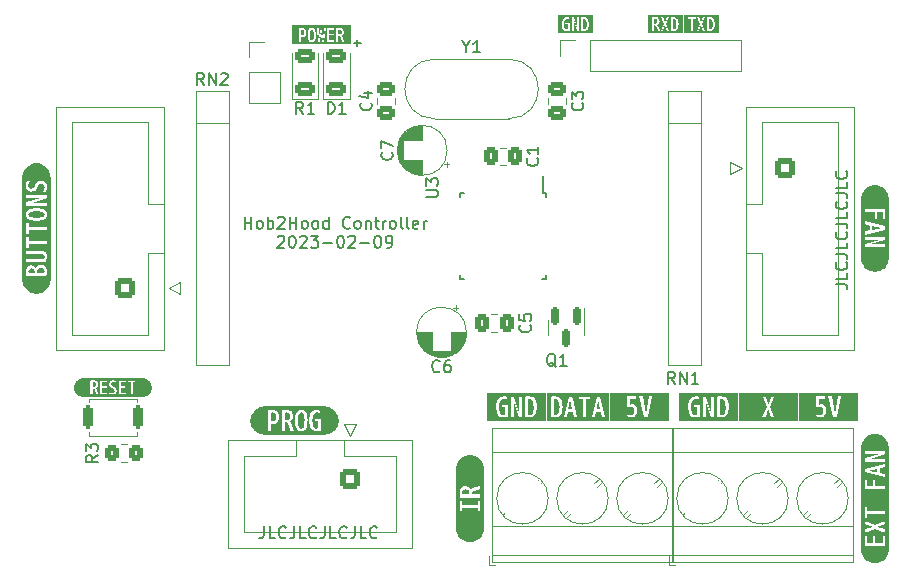
<source format=gbr>
%TF.GenerationSoftware,KiCad,Pcbnew,(6.0.11)*%
%TF.CreationDate,2023-02-12T20:23:43+01:00*%
%TF.ProjectId,ParentsHob2HoodController,50617265-6e74-4734-986f-6232486f6f64,rev?*%
%TF.SameCoordinates,Original*%
%TF.FileFunction,Legend,Top*%
%TF.FilePolarity,Positive*%
%FSLAX46Y46*%
G04 Gerber Fmt 4.6, Leading zero omitted, Abs format (unit mm)*
G04 Created by KiCad (PCBNEW (6.0.11)) date 2023-02-12 20:23:43*
%MOMM*%
%LPD*%
G01*
G04 APERTURE LIST*
G04 Aperture macros list*
%AMRoundRect*
0 Rectangle with rounded corners*
0 $1 Rounding radius*
0 $2 $3 $4 $5 $6 $7 $8 $9 X,Y pos of 4 corners*
0 Add a 4 corners polygon primitive as box body*
4,1,4,$2,$3,$4,$5,$6,$7,$8,$9,$2,$3,0*
0 Add four circle primitives for the rounded corners*
1,1,$1+$1,$2,$3*
1,1,$1+$1,$4,$5*
1,1,$1+$1,$6,$7*
1,1,$1+$1,$8,$9*
0 Add four rect primitives between the rounded corners*
20,1,$1+$1,$2,$3,$4,$5,0*
20,1,$1+$1,$4,$5,$6,$7,0*
20,1,$1+$1,$6,$7,$8,$9,0*
20,1,$1+$1,$8,$9,$2,$3,0*%
G04 Aperture macros list end*
%ADD10C,0.150000*%
%ADD11C,0.120000*%
%ADD12C,5.600000*%
%ADD13RoundRect,0.250000X0.475000X-0.337500X0.475000X0.337500X-0.475000X0.337500X-0.475000X-0.337500X0*%
%ADD14RoundRect,0.250000X0.625000X-0.375000X0.625000X0.375000X-0.625000X0.375000X-0.625000X-0.375000X0*%
%ADD15RoundRect,0.250000X-0.350000X-0.450000X0.350000X-0.450000X0.350000X0.450000X-0.350000X0.450000X0*%
%ADD16R,1.700000X1.700000*%
%ADD17O,1.700000X1.700000*%
%ADD18R,1.200000X1.200000*%
%ADD19C,1.200000*%
%ADD20RoundRect,0.200000X0.200000X0.800000X-0.200000X0.800000X-0.200000X-0.800000X0.200000X-0.800000X0*%
%ADD21C,1.500000*%
%ADD22RoundRect,0.250000X-0.475000X0.337500X-0.475000X-0.337500X0.475000X-0.337500X0.475000X0.337500X0*%
%ADD23RoundRect,0.250000X-0.600000X0.600000X-0.600000X-0.600000X0.600000X-0.600000X0.600000X0.600000X0*%
%ADD24C,1.700000*%
%ADD25R,1.600000X1.600000*%
%ADD26O,1.600000X1.600000*%
%ADD27RoundRect,0.150000X-0.150000X0.587500X-0.150000X-0.587500X0.150000X-0.587500X0.150000X0.587500X0*%
%ADD28RoundRect,0.250000X-0.600000X-0.600000X0.600000X-0.600000X0.600000X0.600000X-0.600000X0.600000X0*%
%ADD29RoundRect,0.250000X-0.337500X-0.475000X0.337500X-0.475000X0.337500X0.475000X-0.337500X0.475000X0*%
%ADD30R,0.550000X1.600000*%
%ADD31R,1.600000X0.550000*%
%ADD32RoundRect,0.250000X0.337500X0.475000X-0.337500X0.475000X-0.337500X-0.475000X0.337500X-0.475000X0*%
%ADD33RoundRect,0.250000X0.600000X0.600000X-0.600000X0.600000X-0.600000X-0.600000X0.600000X-0.600000X0*%
%ADD34R,2.600000X2.600000*%
%ADD35C,2.600000*%
%ADD36C,0.800000*%
G04 APERTURE END LIST*
D10*
X44529952Y-61936380D02*
X44529952Y-62650666D01*
X44482333Y-62793523D01*
X44387095Y-62888761D01*
X44244238Y-62936380D01*
X44149000Y-62936380D01*
X45482333Y-62936380D02*
X45006142Y-62936380D01*
X45006142Y-61936380D01*
X46387095Y-62841142D02*
X46339476Y-62888761D01*
X46196619Y-62936380D01*
X46101380Y-62936380D01*
X45958523Y-62888761D01*
X45863285Y-62793523D01*
X45815666Y-62698285D01*
X45768047Y-62507809D01*
X45768047Y-62364952D01*
X45815666Y-62174476D01*
X45863285Y-62079238D01*
X45958523Y-61984000D01*
X46101380Y-61936380D01*
X46196619Y-61936380D01*
X46339476Y-61984000D01*
X46387095Y-62031619D01*
X47101380Y-61936380D02*
X47101380Y-62650666D01*
X47053761Y-62793523D01*
X46958523Y-62888761D01*
X46815666Y-62936380D01*
X46720428Y-62936380D01*
X48053761Y-62936380D02*
X47577571Y-62936380D01*
X47577571Y-61936380D01*
X48958523Y-62841142D02*
X48910904Y-62888761D01*
X48768047Y-62936380D01*
X48672809Y-62936380D01*
X48529952Y-62888761D01*
X48434714Y-62793523D01*
X48387095Y-62698285D01*
X48339476Y-62507809D01*
X48339476Y-62364952D01*
X48387095Y-62174476D01*
X48434714Y-62079238D01*
X48529952Y-61984000D01*
X48672809Y-61936380D01*
X48768047Y-61936380D01*
X48910904Y-61984000D01*
X48958523Y-62031619D01*
X49672809Y-61936380D02*
X49672809Y-62650666D01*
X49625190Y-62793523D01*
X49529952Y-62888761D01*
X49387095Y-62936380D01*
X49291857Y-62936380D01*
X50625190Y-62936380D02*
X50149000Y-62936380D01*
X50149000Y-61936380D01*
X51529952Y-62841142D02*
X51482333Y-62888761D01*
X51339476Y-62936380D01*
X51244238Y-62936380D01*
X51101380Y-62888761D01*
X51006142Y-62793523D01*
X50958523Y-62698285D01*
X50910904Y-62507809D01*
X50910904Y-62364952D01*
X50958523Y-62174476D01*
X51006142Y-62079238D01*
X51101380Y-61984000D01*
X51244238Y-61936380D01*
X51339476Y-61936380D01*
X51482333Y-61984000D01*
X51529952Y-62031619D01*
X52244238Y-61936380D02*
X52244238Y-62650666D01*
X52196619Y-62793523D01*
X52101380Y-62888761D01*
X51958523Y-62936380D01*
X51863285Y-62936380D01*
X53196619Y-62936380D02*
X52720428Y-62936380D01*
X52720428Y-61936380D01*
X54101380Y-62841142D02*
X54053761Y-62888761D01*
X53910904Y-62936380D01*
X53815666Y-62936380D01*
X53672809Y-62888761D01*
X53577571Y-62793523D01*
X53529952Y-62698285D01*
X53482333Y-62507809D01*
X53482333Y-62364952D01*
X53529952Y-62174476D01*
X53577571Y-62079238D01*
X53672809Y-61984000D01*
X53815666Y-61936380D01*
X53910904Y-61936380D01*
X54053761Y-61984000D01*
X54101380Y-62031619D01*
X52165285Y-21008571D02*
X52736714Y-21008571D01*
X52451000Y-21294285D02*
X52451000Y-20722857D01*
X42903142Y-36731380D02*
X42903142Y-35731380D01*
X42903142Y-36207571D02*
X43474571Y-36207571D01*
X43474571Y-36731380D02*
X43474571Y-35731380D01*
X44093619Y-36731380D02*
X43998380Y-36683761D01*
X43950761Y-36636142D01*
X43903142Y-36540904D01*
X43903142Y-36255190D01*
X43950761Y-36159952D01*
X43998380Y-36112333D01*
X44093619Y-36064714D01*
X44236476Y-36064714D01*
X44331714Y-36112333D01*
X44379333Y-36159952D01*
X44426952Y-36255190D01*
X44426952Y-36540904D01*
X44379333Y-36636142D01*
X44331714Y-36683761D01*
X44236476Y-36731380D01*
X44093619Y-36731380D01*
X44855523Y-36731380D02*
X44855523Y-35731380D01*
X44855523Y-36112333D02*
X44950761Y-36064714D01*
X45141238Y-36064714D01*
X45236476Y-36112333D01*
X45284095Y-36159952D01*
X45331714Y-36255190D01*
X45331714Y-36540904D01*
X45284095Y-36636142D01*
X45236476Y-36683761D01*
X45141238Y-36731380D01*
X44950761Y-36731380D01*
X44855523Y-36683761D01*
X45712666Y-35826619D02*
X45760285Y-35779000D01*
X45855523Y-35731380D01*
X46093619Y-35731380D01*
X46188857Y-35779000D01*
X46236476Y-35826619D01*
X46284095Y-35921857D01*
X46284095Y-36017095D01*
X46236476Y-36159952D01*
X45665047Y-36731380D01*
X46284095Y-36731380D01*
X46712666Y-36731380D02*
X46712666Y-35731380D01*
X46712666Y-36207571D02*
X47284095Y-36207571D01*
X47284095Y-36731380D02*
X47284095Y-35731380D01*
X47903142Y-36731380D02*
X47807904Y-36683761D01*
X47760285Y-36636142D01*
X47712666Y-36540904D01*
X47712666Y-36255190D01*
X47760285Y-36159952D01*
X47807904Y-36112333D01*
X47903142Y-36064714D01*
X48046000Y-36064714D01*
X48141238Y-36112333D01*
X48188857Y-36159952D01*
X48236476Y-36255190D01*
X48236476Y-36540904D01*
X48188857Y-36636142D01*
X48141238Y-36683761D01*
X48046000Y-36731380D01*
X47903142Y-36731380D01*
X48807904Y-36731380D02*
X48712666Y-36683761D01*
X48665047Y-36636142D01*
X48617428Y-36540904D01*
X48617428Y-36255190D01*
X48665047Y-36159952D01*
X48712666Y-36112333D01*
X48807904Y-36064714D01*
X48950761Y-36064714D01*
X49046000Y-36112333D01*
X49093619Y-36159952D01*
X49141238Y-36255190D01*
X49141238Y-36540904D01*
X49093619Y-36636142D01*
X49046000Y-36683761D01*
X48950761Y-36731380D01*
X48807904Y-36731380D01*
X49998380Y-36731380D02*
X49998380Y-35731380D01*
X49998380Y-36683761D02*
X49903142Y-36731380D01*
X49712666Y-36731380D01*
X49617428Y-36683761D01*
X49569809Y-36636142D01*
X49522190Y-36540904D01*
X49522190Y-36255190D01*
X49569809Y-36159952D01*
X49617428Y-36112333D01*
X49712666Y-36064714D01*
X49903142Y-36064714D01*
X49998380Y-36112333D01*
X51807904Y-36636142D02*
X51760285Y-36683761D01*
X51617428Y-36731380D01*
X51522190Y-36731380D01*
X51379333Y-36683761D01*
X51284095Y-36588523D01*
X51236476Y-36493285D01*
X51188857Y-36302809D01*
X51188857Y-36159952D01*
X51236476Y-35969476D01*
X51284095Y-35874238D01*
X51379333Y-35779000D01*
X51522190Y-35731380D01*
X51617428Y-35731380D01*
X51760285Y-35779000D01*
X51807904Y-35826619D01*
X52379333Y-36731380D02*
X52284095Y-36683761D01*
X52236476Y-36636142D01*
X52188857Y-36540904D01*
X52188857Y-36255190D01*
X52236476Y-36159952D01*
X52284095Y-36112333D01*
X52379333Y-36064714D01*
X52522190Y-36064714D01*
X52617428Y-36112333D01*
X52665047Y-36159952D01*
X52712666Y-36255190D01*
X52712666Y-36540904D01*
X52665047Y-36636142D01*
X52617428Y-36683761D01*
X52522190Y-36731380D01*
X52379333Y-36731380D01*
X53141238Y-36064714D02*
X53141238Y-36731380D01*
X53141238Y-36159952D02*
X53188857Y-36112333D01*
X53284095Y-36064714D01*
X53426952Y-36064714D01*
X53522190Y-36112333D01*
X53569809Y-36207571D01*
X53569809Y-36731380D01*
X53903142Y-36064714D02*
X54284095Y-36064714D01*
X54046000Y-35731380D02*
X54046000Y-36588523D01*
X54093619Y-36683761D01*
X54188857Y-36731380D01*
X54284095Y-36731380D01*
X54617428Y-36731380D02*
X54617428Y-36064714D01*
X54617428Y-36255190D02*
X54665047Y-36159952D01*
X54712666Y-36112333D01*
X54807904Y-36064714D01*
X54903142Y-36064714D01*
X55379333Y-36731380D02*
X55284095Y-36683761D01*
X55236476Y-36636142D01*
X55188857Y-36540904D01*
X55188857Y-36255190D01*
X55236476Y-36159952D01*
X55284095Y-36112333D01*
X55379333Y-36064714D01*
X55522190Y-36064714D01*
X55617428Y-36112333D01*
X55665047Y-36159952D01*
X55712666Y-36255190D01*
X55712666Y-36540904D01*
X55665047Y-36636142D01*
X55617428Y-36683761D01*
X55522190Y-36731380D01*
X55379333Y-36731380D01*
X56284095Y-36731380D02*
X56188857Y-36683761D01*
X56141238Y-36588523D01*
X56141238Y-35731380D01*
X56807904Y-36731380D02*
X56712666Y-36683761D01*
X56665047Y-36588523D01*
X56665047Y-35731380D01*
X57569809Y-36683761D02*
X57474571Y-36731380D01*
X57284095Y-36731380D01*
X57188857Y-36683761D01*
X57141238Y-36588523D01*
X57141238Y-36207571D01*
X57188857Y-36112333D01*
X57284095Y-36064714D01*
X57474571Y-36064714D01*
X57569809Y-36112333D01*
X57617428Y-36207571D01*
X57617428Y-36302809D01*
X57141238Y-36398047D01*
X58046000Y-36731380D02*
X58046000Y-36064714D01*
X58046000Y-36255190D02*
X58093619Y-36159952D01*
X58141238Y-36112333D01*
X58236476Y-36064714D01*
X58331714Y-36064714D01*
X45688857Y-37436619D02*
X45736476Y-37389000D01*
X45831714Y-37341380D01*
X46069809Y-37341380D01*
X46165047Y-37389000D01*
X46212666Y-37436619D01*
X46260285Y-37531857D01*
X46260285Y-37627095D01*
X46212666Y-37769952D01*
X45641238Y-38341380D01*
X46260285Y-38341380D01*
X46879333Y-37341380D02*
X46974571Y-37341380D01*
X47069809Y-37389000D01*
X47117428Y-37436619D01*
X47165047Y-37531857D01*
X47212666Y-37722333D01*
X47212666Y-37960428D01*
X47165047Y-38150904D01*
X47117428Y-38246142D01*
X47069809Y-38293761D01*
X46974571Y-38341380D01*
X46879333Y-38341380D01*
X46784095Y-38293761D01*
X46736476Y-38246142D01*
X46688857Y-38150904D01*
X46641238Y-37960428D01*
X46641238Y-37722333D01*
X46688857Y-37531857D01*
X46736476Y-37436619D01*
X46784095Y-37389000D01*
X46879333Y-37341380D01*
X47593619Y-37436619D02*
X47641238Y-37389000D01*
X47736476Y-37341380D01*
X47974571Y-37341380D01*
X48069809Y-37389000D01*
X48117428Y-37436619D01*
X48165047Y-37531857D01*
X48165047Y-37627095D01*
X48117428Y-37769952D01*
X47546000Y-38341380D01*
X48165047Y-38341380D01*
X48498380Y-37341380D02*
X49117428Y-37341380D01*
X48784095Y-37722333D01*
X48926952Y-37722333D01*
X49022190Y-37769952D01*
X49069809Y-37817571D01*
X49117428Y-37912809D01*
X49117428Y-38150904D01*
X49069809Y-38246142D01*
X49022190Y-38293761D01*
X48926952Y-38341380D01*
X48641238Y-38341380D01*
X48546000Y-38293761D01*
X48498380Y-38246142D01*
X49546000Y-37960428D02*
X50307904Y-37960428D01*
X50974571Y-37341380D02*
X51069809Y-37341380D01*
X51165047Y-37389000D01*
X51212666Y-37436619D01*
X51260285Y-37531857D01*
X51307904Y-37722333D01*
X51307904Y-37960428D01*
X51260285Y-38150904D01*
X51212666Y-38246142D01*
X51165047Y-38293761D01*
X51069809Y-38341380D01*
X50974571Y-38341380D01*
X50879333Y-38293761D01*
X50831714Y-38246142D01*
X50784095Y-38150904D01*
X50736476Y-37960428D01*
X50736476Y-37722333D01*
X50784095Y-37531857D01*
X50831714Y-37436619D01*
X50879333Y-37389000D01*
X50974571Y-37341380D01*
X51688857Y-37436619D02*
X51736476Y-37389000D01*
X51831714Y-37341380D01*
X52069809Y-37341380D01*
X52165047Y-37389000D01*
X52212666Y-37436619D01*
X52260285Y-37531857D01*
X52260285Y-37627095D01*
X52212666Y-37769952D01*
X51641238Y-38341380D01*
X52260285Y-38341380D01*
X52688857Y-37960428D02*
X53450761Y-37960428D01*
X54117428Y-37341380D02*
X54212666Y-37341380D01*
X54307904Y-37389000D01*
X54355523Y-37436619D01*
X54403142Y-37531857D01*
X54450761Y-37722333D01*
X54450761Y-37960428D01*
X54403142Y-38150904D01*
X54355523Y-38246142D01*
X54307904Y-38293761D01*
X54212666Y-38341380D01*
X54117428Y-38341380D01*
X54022190Y-38293761D01*
X53974571Y-38246142D01*
X53926952Y-38150904D01*
X53879333Y-37960428D01*
X53879333Y-37722333D01*
X53926952Y-37531857D01*
X53974571Y-37436619D01*
X54022190Y-37389000D01*
X54117428Y-37341380D01*
X54926952Y-38341380D02*
X55117428Y-38341380D01*
X55212666Y-38293761D01*
X55260285Y-38246142D01*
X55355523Y-38103285D01*
X55403142Y-37912809D01*
X55403142Y-37531857D01*
X55355523Y-37436619D01*
X55307904Y-37389000D01*
X55212666Y-37341380D01*
X55022190Y-37341380D01*
X54926952Y-37389000D01*
X54879333Y-37436619D01*
X54831714Y-37531857D01*
X54831714Y-37769952D01*
X54879333Y-37865190D01*
X54926952Y-37912809D01*
X55022190Y-37960428D01*
X55212666Y-37960428D01*
X55307904Y-37912809D01*
X55355523Y-37865190D01*
X55403142Y-37769952D01*
X92924380Y-41449047D02*
X93638666Y-41449047D01*
X93781523Y-41496666D01*
X93876761Y-41591904D01*
X93924380Y-41734761D01*
X93924380Y-41830000D01*
X93924380Y-40496666D02*
X93924380Y-40972857D01*
X92924380Y-40972857D01*
X93829142Y-39591904D02*
X93876761Y-39639523D01*
X93924380Y-39782380D01*
X93924380Y-39877619D01*
X93876761Y-40020476D01*
X93781523Y-40115714D01*
X93686285Y-40163333D01*
X93495809Y-40210952D01*
X93352952Y-40210952D01*
X93162476Y-40163333D01*
X93067238Y-40115714D01*
X92972000Y-40020476D01*
X92924380Y-39877619D01*
X92924380Y-39782380D01*
X92972000Y-39639523D01*
X93019619Y-39591904D01*
X92924380Y-38877619D02*
X93638666Y-38877619D01*
X93781523Y-38925238D01*
X93876761Y-39020476D01*
X93924380Y-39163333D01*
X93924380Y-39258571D01*
X93924380Y-37925238D02*
X93924380Y-38401428D01*
X92924380Y-38401428D01*
X93829142Y-37020476D02*
X93876761Y-37068095D01*
X93924380Y-37210952D01*
X93924380Y-37306190D01*
X93876761Y-37449047D01*
X93781523Y-37544285D01*
X93686285Y-37591904D01*
X93495809Y-37639523D01*
X93352952Y-37639523D01*
X93162476Y-37591904D01*
X93067238Y-37544285D01*
X92972000Y-37449047D01*
X92924380Y-37306190D01*
X92924380Y-37210952D01*
X92972000Y-37068095D01*
X93019619Y-37020476D01*
X92924380Y-36306190D02*
X93638666Y-36306190D01*
X93781523Y-36353809D01*
X93876761Y-36449047D01*
X93924380Y-36591904D01*
X93924380Y-36687142D01*
X93924380Y-35353809D02*
X93924380Y-35830000D01*
X92924380Y-35830000D01*
X93829142Y-34449047D02*
X93876761Y-34496666D01*
X93924380Y-34639523D01*
X93924380Y-34734761D01*
X93876761Y-34877619D01*
X93781523Y-34972857D01*
X93686285Y-35020476D01*
X93495809Y-35068095D01*
X93352952Y-35068095D01*
X93162476Y-35020476D01*
X93067238Y-34972857D01*
X92972000Y-34877619D01*
X92924380Y-34734761D01*
X92924380Y-34639523D01*
X92972000Y-34496666D01*
X93019619Y-34449047D01*
X92924380Y-33734761D02*
X93638666Y-33734761D01*
X93781523Y-33782380D01*
X93876761Y-33877619D01*
X93924380Y-34020476D01*
X93924380Y-34115714D01*
X93924380Y-32782380D02*
X93924380Y-33258571D01*
X92924380Y-33258571D01*
X93829142Y-31877619D02*
X93876761Y-31925238D01*
X93924380Y-32068095D01*
X93924380Y-32163333D01*
X93876761Y-32306190D01*
X93781523Y-32401428D01*
X93686285Y-32449047D01*
X93495809Y-32496666D01*
X93352952Y-32496666D01*
X93162476Y-32449047D01*
X93067238Y-32401428D01*
X92972000Y-32306190D01*
X92924380Y-32163333D01*
X92924380Y-32068095D01*
X92972000Y-31925238D01*
X93019619Y-31877619D01*
%TO.C,C4*%
X53570142Y-26074666D02*
X53617761Y-26122285D01*
X53665380Y-26265142D01*
X53665380Y-26360380D01*
X53617761Y-26503238D01*
X53522523Y-26598476D01*
X53427285Y-26646095D01*
X53236809Y-26693714D01*
X53093952Y-26693714D01*
X52903476Y-26646095D01*
X52808238Y-26598476D01*
X52713000Y-26503238D01*
X52665380Y-26360380D01*
X52665380Y-26265142D01*
X52713000Y-26122285D01*
X52760619Y-26074666D01*
X52998714Y-25217523D02*
X53665380Y-25217523D01*
X52617761Y-25455619D02*
X53332047Y-25693714D01*
X53332047Y-25074666D01*
%TO.C,D1*%
X49934904Y-26995380D02*
X49934904Y-25995380D01*
X50173000Y-25995380D01*
X50315857Y-26043000D01*
X50411095Y-26138238D01*
X50458714Y-26233476D01*
X50506333Y-26423952D01*
X50506333Y-26566809D01*
X50458714Y-26757285D01*
X50411095Y-26852523D01*
X50315857Y-26947761D01*
X50173000Y-26995380D01*
X49934904Y-26995380D01*
X51458714Y-26995380D02*
X50887285Y-26995380D01*
X51173000Y-26995380D02*
X51173000Y-25995380D01*
X51077761Y-26138238D01*
X50982523Y-26233476D01*
X50887285Y-26281095D01*
%TO.C,R3*%
X30475180Y-55894266D02*
X29998990Y-56227600D01*
X30475180Y-56465695D02*
X29475180Y-56465695D01*
X29475180Y-56084742D01*
X29522800Y-55989504D01*
X29570419Y-55941885D01*
X29665657Y-55894266D01*
X29808514Y-55894266D01*
X29903752Y-55941885D01*
X29951371Y-55989504D01*
X29998990Y-56084742D01*
X29998990Y-56465695D01*
X29475180Y-55560933D02*
X29475180Y-54941885D01*
X29856133Y-55275219D01*
X29856133Y-55132361D01*
X29903752Y-55037123D01*
X29951371Y-54989504D01*
X30046609Y-54941885D01*
X30284704Y-54941885D01*
X30379942Y-54989504D01*
X30427561Y-55037123D01*
X30475180Y-55132361D01*
X30475180Y-55418076D01*
X30427561Y-55513314D01*
X30379942Y-55560933D01*
%TO.C,C6*%
X59396333Y-48783543D02*
X59348714Y-48831162D01*
X59205857Y-48878781D01*
X59110619Y-48878781D01*
X58967761Y-48831162D01*
X58872523Y-48735924D01*
X58824904Y-48640686D01*
X58777285Y-48450210D01*
X58777285Y-48307353D01*
X58824904Y-48116877D01*
X58872523Y-48021639D01*
X58967761Y-47926401D01*
X59110619Y-47878781D01*
X59205857Y-47878781D01*
X59348714Y-47926401D01*
X59396333Y-47974020D01*
X60253476Y-47878781D02*
X60063000Y-47878781D01*
X59967761Y-47926401D01*
X59920142Y-47974020D01*
X59824904Y-48116877D01*
X59777285Y-48307353D01*
X59777285Y-48688305D01*
X59824904Y-48783543D01*
X59872523Y-48831162D01*
X59967761Y-48878781D01*
X60158238Y-48878781D01*
X60253476Y-48831162D01*
X60301095Y-48783543D01*
X60348714Y-48688305D01*
X60348714Y-48450210D01*
X60301095Y-48354972D01*
X60253476Y-48307353D01*
X60158238Y-48259734D01*
X59967761Y-48259734D01*
X59872523Y-48307353D01*
X59824904Y-48354972D01*
X59777285Y-48450210D01*
%TO.C,R1*%
X47839333Y-26995380D02*
X47506000Y-26519190D01*
X47267904Y-26995380D02*
X47267904Y-25995380D01*
X47648857Y-25995380D01*
X47744095Y-26043000D01*
X47791714Y-26090619D01*
X47839333Y-26185857D01*
X47839333Y-26328714D01*
X47791714Y-26423952D01*
X47744095Y-26471571D01*
X47648857Y-26519190D01*
X47267904Y-26519190D01*
X48791714Y-26995380D02*
X48220285Y-26995380D01*
X48506000Y-26995380D02*
X48506000Y-25995380D01*
X48410761Y-26138238D01*
X48315523Y-26233476D01*
X48220285Y-26281095D01*
%TO.C,C7*%
X55348142Y-30265666D02*
X55395761Y-30313285D01*
X55443380Y-30456142D01*
X55443380Y-30551380D01*
X55395761Y-30694238D01*
X55300523Y-30789476D01*
X55205285Y-30837095D01*
X55014809Y-30884714D01*
X54871952Y-30884714D01*
X54681476Y-30837095D01*
X54586238Y-30789476D01*
X54491000Y-30694238D01*
X54443380Y-30551380D01*
X54443380Y-30456142D01*
X54491000Y-30313285D01*
X54538619Y-30265666D01*
X54443380Y-29932333D02*
X54443380Y-29265666D01*
X55443380Y-29694238D01*
%TO.C,Y1*%
X61636809Y-21312190D02*
X61636809Y-21788380D01*
X61303476Y-20788380D02*
X61636809Y-21312190D01*
X61970142Y-20788380D01*
X62827285Y-21788380D02*
X62255857Y-21788380D01*
X62541571Y-21788380D02*
X62541571Y-20788380D01*
X62446333Y-20931238D01*
X62351095Y-21026476D01*
X62255857Y-21074095D01*
%TO.C,C3*%
X71477142Y-26074666D02*
X71524761Y-26122285D01*
X71572380Y-26265142D01*
X71572380Y-26360380D01*
X71524761Y-26503238D01*
X71429523Y-26598476D01*
X71334285Y-26646095D01*
X71143809Y-26693714D01*
X71000952Y-26693714D01*
X70810476Y-26646095D01*
X70715238Y-26598476D01*
X70620000Y-26503238D01*
X70572380Y-26360380D01*
X70572380Y-26265142D01*
X70620000Y-26122285D01*
X70667619Y-26074666D01*
X70572380Y-25741333D02*
X70572380Y-25122285D01*
X70953333Y-25455619D01*
X70953333Y-25312761D01*
X71000952Y-25217523D01*
X71048571Y-25169904D01*
X71143809Y-25122285D01*
X71381904Y-25122285D01*
X71477142Y-25169904D01*
X71524761Y-25217523D01*
X71572380Y-25312761D01*
X71572380Y-25598476D01*
X71524761Y-25693714D01*
X71477142Y-25741333D01*
%TO.C,RN1*%
X79319523Y-49855380D02*
X78986190Y-49379190D01*
X78748095Y-49855380D02*
X78748095Y-48855380D01*
X79129047Y-48855380D01*
X79224285Y-48903000D01*
X79271904Y-48950619D01*
X79319523Y-49045857D01*
X79319523Y-49188714D01*
X79271904Y-49283952D01*
X79224285Y-49331571D01*
X79129047Y-49379190D01*
X78748095Y-49379190D01*
X79748095Y-49855380D02*
X79748095Y-48855380D01*
X80319523Y-49855380D01*
X80319523Y-48855380D01*
X81319523Y-49855380D02*
X80748095Y-49855380D01*
X81033809Y-49855380D02*
X81033809Y-48855380D01*
X80938571Y-48998238D01*
X80843333Y-49093476D01*
X80748095Y-49141095D01*
%TO.C,Q1*%
X69246761Y-48426619D02*
X69151523Y-48379000D01*
X69056285Y-48283761D01*
X68913428Y-48140904D01*
X68818190Y-48093285D01*
X68722952Y-48093285D01*
X68770571Y-48331380D02*
X68675333Y-48283761D01*
X68580095Y-48188523D01*
X68532476Y-47998047D01*
X68532476Y-47664714D01*
X68580095Y-47474238D01*
X68675333Y-47379000D01*
X68770571Y-47331380D01*
X68961047Y-47331380D01*
X69056285Y-47379000D01*
X69151523Y-47474238D01*
X69199142Y-47664714D01*
X69199142Y-47998047D01*
X69151523Y-48188523D01*
X69056285Y-48283761D01*
X68961047Y-48331380D01*
X68770571Y-48331380D01*
X70151523Y-48331380D02*
X69580095Y-48331380D01*
X69865809Y-48331380D02*
X69865809Y-47331380D01*
X69770571Y-47474238D01*
X69675333Y-47569476D01*
X69580095Y-47617095D01*
%TO.C,C5*%
X67057542Y-44896066D02*
X67105161Y-44943685D01*
X67152780Y-45086542D01*
X67152780Y-45181780D01*
X67105161Y-45324638D01*
X67009923Y-45419876D01*
X66914685Y-45467495D01*
X66724209Y-45515114D01*
X66581352Y-45515114D01*
X66390876Y-45467495D01*
X66295638Y-45419876D01*
X66200400Y-45324638D01*
X66152780Y-45181780D01*
X66152780Y-45086542D01*
X66200400Y-44943685D01*
X66248019Y-44896066D01*
X66152780Y-43991304D02*
X66152780Y-44467495D01*
X66628971Y-44515114D01*
X66581352Y-44467495D01*
X66533733Y-44372257D01*
X66533733Y-44134161D01*
X66581352Y-44038923D01*
X66628971Y-43991304D01*
X66724209Y-43943685D01*
X66962304Y-43943685D01*
X67057542Y-43991304D01*
X67105161Y-44038923D01*
X67152780Y-44134161D01*
X67152780Y-44372257D01*
X67105161Y-44467495D01*
X67057542Y-44515114D01*
%TO.C,U3*%
X58253380Y-34035904D02*
X59062904Y-34035904D01*
X59158142Y-33988285D01*
X59205761Y-33940666D01*
X59253380Y-33845428D01*
X59253380Y-33654952D01*
X59205761Y-33559714D01*
X59158142Y-33512095D01*
X59062904Y-33464476D01*
X58253380Y-33464476D01*
X58253380Y-33083523D02*
X58253380Y-32464476D01*
X58634333Y-32797809D01*
X58634333Y-32654952D01*
X58681952Y-32559714D01*
X58729571Y-32512095D01*
X58824809Y-32464476D01*
X59062904Y-32464476D01*
X59158142Y-32512095D01*
X59205761Y-32559714D01*
X59253380Y-32654952D01*
X59253380Y-32940666D01*
X59205761Y-33035904D01*
X59158142Y-33083523D01*
%TO.C,C1*%
X67667142Y-30773666D02*
X67714761Y-30821285D01*
X67762380Y-30964142D01*
X67762380Y-31059380D01*
X67714761Y-31202238D01*
X67619523Y-31297476D01*
X67524285Y-31345095D01*
X67333809Y-31392714D01*
X67190952Y-31392714D01*
X67000476Y-31345095D01*
X66905238Y-31297476D01*
X66810000Y-31202238D01*
X66762380Y-31059380D01*
X66762380Y-30964142D01*
X66810000Y-30821285D01*
X66857619Y-30773666D01*
X67762380Y-29821285D02*
X67762380Y-30392714D01*
X67762380Y-30107000D02*
X66762380Y-30107000D01*
X66905238Y-30202238D01*
X67000476Y-30297476D01*
X67048095Y-30392714D01*
%TO.C,RN2*%
X39456523Y-24567380D02*
X39123190Y-24091190D01*
X38885095Y-24567380D02*
X38885095Y-23567380D01*
X39266047Y-23567380D01*
X39361285Y-23615000D01*
X39408904Y-23662619D01*
X39456523Y-23757857D01*
X39456523Y-23900714D01*
X39408904Y-23995952D01*
X39361285Y-24043571D01*
X39266047Y-24091190D01*
X38885095Y-24091190D01*
X39885095Y-24567380D02*
X39885095Y-23567380D01*
X40456523Y-24567380D01*
X40456523Y-23567380D01*
X40885095Y-23662619D02*
X40932714Y-23615000D01*
X41027952Y-23567380D01*
X41266047Y-23567380D01*
X41361285Y-23615000D01*
X41408904Y-23662619D01*
X41456523Y-23757857D01*
X41456523Y-23853095D01*
X41408904Y-23995952D01*
X40837476Y-24567380D01*
X41456523Y-24567380D01*
D11*
%TO.C,C4*%
X54129000Y-26169252D02*
X54129000Y-25646748D01*
X55599000Y-26169252D02*
X55599000Y-25646748D01*
%TO.C,D1*%
X51808000Y-25780000D02*
X51808000Y-21895000D01*
X49538000Y-25780000D02*
X51808000Y-25780000D01*
X49538000Y-21895000D02*
X49538000Y-25780000D01*
%TO.C,R3*%
X32462736Y-56462600D02*
X32916864Y-56462600D01*
X32462736Y-54992600D02*
X32916864Y-54992600D01*
%TO.C,J6*%
X43247000Y-22230000D02*
X43247000Y-20900000D01*
X43247000Y-23500000D02*
X45907000Y-23500000D01*
X45907000Y-23500000D02*
X45907000Y-26100000D01*
X43247000Y-23500000D02*
X43247000Y-26100000D01*
X43247000Y-20900000D02*
X44577000Y-20900000D01*
X43247000Y-26100000D02*
X45907000Y-26100000D01*
%TO.C,C6*%
X58723000Y-46454401D02*
X57712000Y-46454401D01*
X58723000Y-45933401D02*
X57529000Y-45933401D01*
X60758000Y-43223600D02*
X60758000Y-43623600D01*
X61643000Y-45493401D02*
X60403000Y-45493401D01*
X61470000Y-46334401D02*
X60403000Y-46334401D01*
X61588000Y-45973401D02*
X60403000Y-45973401D01*
X60958000Y-43423600D02*
X60558000Y-43423600D01*
X61115000Y-46894401D02*
X60403000Y-46894401D01*
X61605000Y-45893401D02*
X60403000Y-45893401D01*
X58723000Y-46734401D02*
X57883000Y-46734401D01*
X61348000Y-46574401D02*
X60403000Y-46574401D01*
X58723000Y-46133401D02*
X57581000Y-46133401D01*
X60959000Y-47054401D02*
X60403000Y-47054401D01*
X58723000Y-46093401D02*
X57569000Y-46093401D01*
X61271000Y-46694401D02*
X60403000Y-46694401D01*
X58723000Y-45493401D02*
X57483000Y-45493401D01*
X58723000Y-46934401D02*
X58047000Y-46934401D01*
X61414000Y-46454401D02*
X60403000Y-46454401D01*
X58723000Y-46053401D02*
X57558000Y-46053401D01*
X58723000Y-45613401D02*
X57486000Y-45613401D01*
X61642000Y-45573401D02*
X60403000Y-45573401D01*
X61637000Y-45653401D02*
X60403000Y-45653401D01*
X58723000Y-47014401D02*
X58125000Y-47014401D01*
X58723000Y-45853401D02*
X57513000Y-45853401D01*
X60422000Y-47414401D02*
X58704000Y-47414401D01*
X60643000Y-47294401D02*
X58483000Y-47294401D01*
X60914000Y-47094401D02*
X58212000Y-47094401D01*
X60100000Y-47534401D02*
X59026000Y-47534401D01*
X58723000Y-45893401D02*
X57521000Y-45893401D01*
X61503000Y-46254401D02*
X60403000Y-46254401D01*
X58723000Y-46814401D02*
X57944000Y-46814401D01*
X61323000Y-46614401D02*
X60403000Y-46614401D01*
X58723000Y-46294401D02*
X57639000Y-46294401D01*
X58723000Y-45973401D02*
X57538000Y-45973401D01*
X58723000Y-46214401D02*
X57609000Y-46214401D01*
X61625000Y-45773401D02*
X60403000Y-45773401D01*
X60331000Y-47454401D02*
X58795000Y-47454401D01*
X58723000Y-46534401D02*
X57755000Y-46534401D01*
X61557000Y-46093401D02*
X60403000Y-46093401D01*
X61579000Y-46013401D02*
X60403000Y-46013401D01*
X58723000Y-46574401D02*
X57778000Y-46574401D01*
X58723000Y-46774401D02*
X57913000Y-46774401D01*
X58723000Y-45813401D02*
X57507000Y-45813401D01*
X61150000Y-46854401D02*
X60403000Y-46854401D01*
X61298000Y-46654401D02*
X60403000Y-46654401D01*
X61243000Y-46734401D02*
X60403000Y-46734401D01*
X61545000Y-46133401D02*
X60403000Y-46133401D01*
X61182000Y-46814401D02*
X60403000Y-46814401D01*
X61393000Y-46494401D02*
X60403000Y-46494401D01*
X61213000Y-46774401D02*
X60403000Y-46774401D01*
X58723000Y-45693401D02*
X57492000Y-45693401D01*
X61452000Y-46374401D02*
X60403000Y-46374401D01*
X58723000Y-46414401D02*
X57693000Y-46414401D01*
X61643000Y-45533401D02*
X60403000Y-45533401D01*
X61597000Y-45933401D02*
X60403000Y-45933401D01*
X61634000Y-45693401D02*
X60403000Y-45693401D01*
X60503000Y-47374401D02*
X58623000Y-47374401D01*
X61613000Y-45853401D02*
X60403000Y-45853401D01*
X58723000Y-45573401D02*
X57484000Y-45573401D01*
X58723000Y-46894401D02*
X58011000Y-46894401D01*
X61517000Y-46214401D02*
X60403000Y-46214401D01*
X58723000Y-46173401D02*
X57595000Y-46173401D01*
X60576000Y-47334401D02*
X58550000Y-47334401D01*
X60763000Y-47214401D02*
X58363000Y-47214401D01*
X58723000Y-46854401D02*
X57976000Y-46854401D01*
X61630000Y-45733401D02*
X60403000Y-45733401D01*
X58723000Y-46374401D02*
X57674000Y-46374401D01*
X61041000Y-46974401D02*
X60403000Y-46974401D01*
X58723000Y-46334401D02*
X57656000Y-46334401D01*
X58723000Y-46013401D02*
X57547000Y-46013401D01*
X58723000Y-45733401D02*
X57496000Y-45733401D01*
X61487000Y-46294401D02*
X60403000Y-46294401D01*
X58723000Y-46694401D02*
X57855000Y-46694401D01*
X61371000Y-46534401D02*
X60403000Y-46534401D01*
X58723000Y-45773401D02*
X57501000Y-45773401D01*
X58723000Y-47054401D02*
X58167000Y-47054401D01*
X58723000Y-46254401D02*
X57623000Y-46254401D01*
X59933000Y-47574401D02*
X59193000Y-47574401D01*
X58723000Y-46494401D02*
X57733000Y-46494401D01*
X61568000Y-46053401D02*
X60403000Y-46053401D01*
X61531000Y-46173401D02*
X60403000Y-46173401D01*
X61079000Y-46934401D02*
X60403000Y-46934401D01*
X61433000Y-46414401D02*
X60403000Y-46414401D01*
X58723000Y-46974401D02*
X58085000Y-46974401D01*
X60227000Y-47494401D02*
X58899000Y-47494401D01*
X61619000Y-45813401D02*
X60403000Y-45813401D01*
X60867000Y-47134401D02*
X58259000Y-47134401D01*
X58723000Y-45653401D02*
X57489000Y-45653401D01*
X60705000Y-47254401D02*
X58421000Y-47254401D01*
X58723000Y-46654401D02*
X57828000Y-46654401D01*
X61001000Y-47014401D02*
X60403000Y-47014401D01*
X61640000Y-45613401D02*
X60403000Y-45613401D01*
X60817000Y-47174401D02*
X58309000Y-47174401D01*
X58723000Y-45533401D02*
X57483000Y-45533401D01*
X58723000Y-46614401D02*
X57803000Y-46614401D01*
X61683000Y-45493401D02*
G75*
G03*
X61683000Y-45493401I-2120000J0D01*
G01*
%TO.C,kibuzzard-63DC4623*%
G36*
X30200997Y-49720302D02*
G01*
X30260925Y-49757806D01*
X30296644Y-49822298D01*
X30308550Y-49915762D01*
X30295850Y-50013394D01*
X30257750Y-50077687D01*
X30189487Y-50113406D01*
X30086300Y-50125313D01*
X30024388Y-50125313D01*
X30024388Y-49720500D01*
X30116463Y-49707800D01*
X30200997Y-49720302D01*
G37*
G36*
X29173127Y-50954928D02*
G01*
X29096075Y-50943498D01*
X29020514Y-50924571D01*
X28947173Y-50898329D01*
X28876757Y-50865025D01*
X28809944Y-50824979D01*
X28747378Y-50778577D01*
X28709711Y-50744437D01*
X29846587Y-50744437D01*
X30024388Y-50744437D01*
X30024388Y-50263425D01*
X30086300Y-50263425D01*
X30182344Y-50294381D01*
X30212705Y-50339030D01*
X30238700Y-50411063D01*
X30330775Y-50744437D01*
X30513338Y-50744437D01*
X30672087Y-50744437D01*
X31227712Y-50744437D01*
X31227712Y-50606325D01*
X30849888Y-50606325D01*
X30849888Y-50188812D01*
X31211838Y-50188812D01*
X31211838Y-50053875D01*
X30849888Y-50053875D01*
X30849888Y-49871312D01*
X31438850Y-49871312D01*
X31455320Y-49984025D01*
X31504731Y-50077687D01*
X31559324Y-50132721D01*
X31635259Y-50185638D01*
X31732538Y-50236438D01*
X31800602Y-50277316D01*
X31846044Y-50323750D01*
X31871642Y-50380106D01*
X31880175Y-50450750D01*
X31869063Y-50524767D01*
X31835725Y-50578544D01*
X31782544Y-50611286D01*
X31711900Y-50622200D01*
X31618943Y-50610735D01*
X31530572Y-50576339D01*
X31446787Y-50519012D01*
X31446787Y-50684113D01*
X31528279Y-50726446D01*
X31618238Y-50751846D01*
X31716663Y-50760312D01*
X31839535Y-50747612D01*
X31847499Y-50744437D01*
X32259588Y-50744437D01*
X32815213Y-50744437D01*
X32815213Y-50606325D01*
X32437388Y-50606325D01*
X32437388Y-50188812D01*
X32799338Y-50188812D01*
X32799338Y-50053875D01*
X32437388Y-50053875D01*
X32437388Y-49723675D01*
X32815213Y-49723675D01*
X33002538Y-49723675D01*
X33239075Y-49723675D01*
X33239075Y-50744437D01*
X33416875Y-50744437D01*
X33416875Y-49723675D01*
X33653413Y-49723675D01*
X33653413Y-49585563D01*
X33002538Y-49585563D01*
X33002538Y-49723675D01*
X32815213Y-49723675D01*
X32815213Y-49585563D01*
X32259588Y-49585563D01*
X32259588Y-50744437D01*
X31847499Y-50744437D01*
X31935103Y-50709512D01*
X32003365Y-50646013D01*
X32044322Y-50557112D01*
X32057975Y-50442812D01*
X32040909Y-50320178D01*
X31989713Y-50222150D01*
X31931681Y-50165529D01*
X31848601Y-50109967D01*
X31740475Y-50055462D01*
X31669919Y-50008014D01*
X31627586Y-49943985D01*
X31613475Y-49863375D01*
X31624587Y-49798287D01*
X31657925Y-49749075D01*
X31710709Y-49718119D01*
X31780163Y-49707800D01*
X31903591Y-49724866D01*
X32026225Y-49776062D01*
X32026225Y-49617312D01*
X31940853Y-49590854D01*
X31851953Y-49574979D01*
X31759525Y-49569687D01*
X31664716Y-49578507D01*
X31585606Y-49604965D01*
X31522194Y-49649063D01*
X31459686Y-49744312D01*
X31438850Y-49871312D01*
X30849888Y-49871312D01*
X30849888Y-49723675D01*
X31227712Y-49723675D01*
X31227712Y-49585563D01*
X30672087Y-49585563D01*
X30672087Y-50744437D01*
X30513338Y-50744437D01*
X30414913Y-50420587D01*
X30364112Y-50295969D01*
X30303787Y-50217387D01*
X30303787Y-50214212D01*
X30381575Y-50168770D01*
X30437137Y-50103881D01*
X30470475Y-50019545D01*
X30481587Y-49915762D01*
X30471798Y-49806842D01*
X30442429Y-49719265D01*
X30393481Y-49653031D01*
X30323543Y-49606729D01*
X30231203Y-49578948D01*
X30116463Y-49569687D01*
X30025093Y-49573215D01*
X29935135Y-49583799D01*
X29846587Y-49601437D01*
X29846587Y-50744437D01*
X28709711Y-50744437D01*
X28689662Y-50726266D01*
X28637351Y-50668550D01*
X28590949Y-50605984D01*
X28550903Y-50539171D01*
X28517598Y-50468755D01*
X28491356Y-50395413D01*
X28472429Y-50319853D01*
X28461000Y-50242801D01*
X28457178Y-50165000D01*
X28461000Y-50087199D01*
X28472429Y-50010147D01*
X28491356Y-49934587D01*
X28517598Y-49861245D01*
X28550903Y-49790829D01*
X28590949Y-49724016D01*
X28637351Y-49661450D01*
X28689662Y-49603734D01*
X28747378Y-49551423D01*
X28809944Y-49505021D01*
X28876757Y-49464975D01*
X28947173Y-49431671D01*
X29020514Y-49405429D01*
X29096075Y-49386502D01*
X29173127Y-49375072D01*
X29250928Y-49371250D01*
X34249072Y-49371250D01*
X34326873Y-49375072D01*
X34403925Y-49386502D01*
X34479486Y-49405429D01*
X34552827Y-49431671D01*
X34623243Y-49464975D01*
X34690056Y-49505021D01*
X34752622Y-49551423D01*
X34810338Y-49603734D01*
X34862649Y-49661450D01*
X34909051Y-49724016D01*
X34949097Y-49790829D01*
X34982402Y-49861245D01*
X35008644Y-49934587D01*
X35027571Y-50010147D01*
X35039000Y-50087199D01*
X35042822Y-50165000D01*
X35039000Y-50242801D01*
X35027571Y-50319853D01*
X35008644Y-50395413D01*
X34982402Y-50468755D01*
X34949097Y-50539171D01*
X34909051Y-50605984D01*
X34862649Y-50668550D01*
X34810338Y-50726266D01*
X34752622Y-50778577D01*
X34690056Y-50824979D01*
X34623243Y-50865025D01*
X34552827Y-50898329D01*
X34479486Y-50924571D01*
X34403925Y-50943498D01*
X34326873Y-50954928D01*
X34249072Y-50958750D01*
X29250928Y-50958750D01*
X29173127Y-50954928D01*
G37*
%TO.C,R1*%
X46871000Y-25780000D02*
X49141000Y-25780000D01*
X49141000Y-25780000D02*
X49141000Y-21895000D01*
X46871000Y-21895000D02*
X46871000Y-25780000D01*
%TO.C,SW1*%
X33820000Y-54275000D02*
X29680000Y-54275000D01*
X33820000Y-51135000D02*
X33820000Y-51435000D01*
X29680000Y-51435000D02*
X29680000Y-51135000D01*
X29680000Y-51135000D02*
X33820000Y-51135000D01*
X33820000Y-53975000D02*
X33820000Y-54275000D01*
X29680000Y-54275000D02*
X29680000Y-53975000D01*
%TO.C,C7*%
X57244000Y-29259000D02*
X57244000Y-28131000D01*
X56563000Y-29259000D02*
X56563000Y-28512000D01*
X57844000Y-32178000D02*
X57844000Y-30939000D01*
X57644000Y-29259000D02*
X57644000Y-28037000D01*
X57083000Y-32006000D02*
X57083000Y-30939000D01*
X56443000Y-29259000D02*
X56443000Y-28621000D01*
X57484000Y-32133000D02*
X57484000Y-30939000D01*
X57003000Y-29259000D02*
X57003000Y-28229000D01*
X57364000Y-32104000D02*
X57364000Y-30939000D01*
X57484000Y-29259000D02*
X57484000Y-28065000D01*
X55883000Y-30636000D02*
X55883000Y-29562000D01*
X56963000Y-29259000D02*
X56963000Y-28248000D01*
X57884000Y-29259000D02*
X57884000Y-28019000D01*
X56923000Y-31929000D02*
X56923000Y-30939000D01*
X56083000Y-31112000D02*
X56083000Y-29086000D01*
X57684000Y-29259000D02*
X57684000Y-28032000D01*
X57804000Y-29259000D02*
X57804000Y-28022000D01*
X56843000Y-31884000D02*
X56843000Y-30939000D01*
X57804000Y-32176000D02*
X57804000Y-30939000D01*
X56483000Y-29259000D02*
X56483000Y-28583000D01*
X57884000Y-32179000D02*
X57884000Y-30939000D01*
X57404000Y-29259000D02*
X57404000Y-28083000D01*
X56683000Y-29259000D02*
X56683000Y-28419000D01*
X56523000Y-31651000D02*
X56523000Y-30939000D01*
X57724000Y-32170000D02*
X57724000Y-30939000D01*
X57724000Y-29259000D02*
X57724000Y-28028000D01*
X57203000Y-32053000D02*
X57203000Y-30939000D01*
X56523000Y-29259000D02*
X56523000Y-28547000D01*
X57604000Y-32155000D02*
X57604000Y-30939000D01*
X55843000Y-30469000D02*
X55843000Y-29729000D01*
X56603000Y-29259000D02*
X56603000Y-28480000D01*
X56163000Y-31241000D02*
X56163000Y-28957000D01*
X57284000Y-32081000D02*
X57284000Y-30939000D01*
X56803000Y-31859000D02*
X56803000Y-30939000D01*
X57324000Y-29259000D02*
X57324000Y-28105000D01*
X56403000Y-29259000D02*
X56403000Y-28661000D01*
X55963000Y-30867000D02*
X55963000Y-29331000D01*
X56323000Y-31450000D02*
X56323000Y-28748000D01*
X56683000Y-31779000D02*
X56683000Y-30939000D01*
X57404000Y-32115000D02*
X57404000Y-30939000D01*
X57444000Y-29259000D02*
X57444000Y-28074000D01*
X56643000Y-29259000D02*
X56643000Y-28449000D01*
X57924000Y-29259000D02*
X57924000Y-28019000D01*
X56963000Y-31950000D02*
X56963000Y-30939000D01*
X57163000Y-29259000D02*
X57163000Y-28159000D01*
X57764000Y-29259000D02*
X57764000Y-28025000D01*
X57604000Y-29259000D02*
X57604000Y-28043000D01*
X57844000Y-29259000D02*
X57844000Y-28020000D01*
X57163000Y-32039000D02*
X57163000Y-30939000D01*
X56283000Y-31403000D02*
X56283000Y-28795000D01*
X56763000Y-31834000D02*
X56763000Y-30939000D01*
X57444000Y-32124000D02*
X57444000Y-30939000D01*
X57284000Y-29259000D02*
X57284000Y-28117000D01*
X56723000Y-31807000D02*
X56723000Y-30939000D01*
X57123000Y-32023000D02*
X57123000Y-30939000D01*
X56883000Y-29259000D02*
X56883000Y-28291000D01*
X56443000Y-31577000D02*
X56443000Y-30939000D01*
X56363000Y-31495000D02*
X56363000Y-30939000D01*
X56843000Y-29259000D02*
X56843000Y-28314000D01*
X57203000Y-29259000D02*
X57203000Y-28145000D01*
X57924000Y-32179000D02*
X57924000Y-30939000D01*
X57364000Y-29259000D02*
X57364000Y-28094000D01*
X56483000Y-31615000D02*
X56483000Y-30939000D01*
X56763000Y-29259000D02*
X56763000Y-28364000D01*
X57524000Y-32141000D02*
X57524000Y-30939000D01*
X56403000Y-31537000D02*
X56403000Y-30939000D01*
X57644000Y-32161000D02*
X57644000Y-30939000D01*
X57083000Y-29259000D02*
X57083000Y-28192000D01*
X60193801Y-31294000D02*
X59793801Y-31294000D01*
X55923000Y-30763000D02*
X55923000Y-29435000D01*
X57043000Y-31988000D02*
X57043000Y-30939000D01*
X56043000Y-31039000D02*
X56043000Y-29159000D01*
X56603000Y-31718000D02*
X56603000Y-30939000D01*
X56203000Y-31299000D02*
X56203000Y-28899000D01*
X56803000Y-29259000D02*
X56803000Y-28339000D01*
X57524000Y-29259000D02*
X57524000Y-28057000D01*
X57684000Y-32166000D02*
X57684000Y-30939000D01*
X56883000Y-31907000D02*
X56883000Y-30939000D01*
X56003000Y-30958000D02*
X56003000Y-29240000D01*
X57003000Y-31969000D02*
X57003000Y-30939000D01*
X57244000Y-32067000D02*
X57244000Y-30939000D01*
X57764000Y-32173000D02*
X57764000Y-30939000D01*
X56363000Y-29259000D02*
X56363000Y-28703000D01*
X57043000Y-29259000D02*
X57043000Y-28210000D01*
X57123000Y-29259000D02*
X57123000Y-28175000D01*
X59993801Y-31494000D02*
X59993801Y-31094000D01*
X56243000Y-31353000D02*
X56243000Y-28845000D01*
X56563000Y-31686000D02*
X56563000Y-30939000D01*
X57324000Y-32093000D02*
X57324000Y-30939000D01*
X57564000Y-32149000D02*
X57564000Y-30939000D01*
X57564000Y-29259000D02*
X57564000Y-28049000D01*
X56923000Y-29259000D02*
X56923000Y-28269000D01*
X56643000Y-31749000D02*
X56643000Y-30939000D01*
X56723000Y-29259000D02*
X56723000Y-28391000D01*
X56123000Y-31179000D02*
X56123000Y-29019000D01*
X60044000Y-30099000D02*
G75*
G03*
X60044000Y-30099000I-2120000J0D01*
G01*
%TO.C,Y1*%
X65238000Y-27417000D02*
X58988000Y-27417000D01*
X65238000Y-22367000D02*
X58988000Y-22367000D01*
X58988000Y-22367000D02*
G75*
G03*
X58988000Y-27417000I0J-2525000D01*
G01*
X65238000Y-27417000D02*
G75*
G03*
X65238000Y-22367000I0J2525000D01*
G01*
%TO.C,kibuzzard-63DE866F*%
G36*
X79326578Y-18973406D02*
G01*
X79402381Y-19047225D01*
X79435013Y-19129069D01*
X79454592Y-19243369D01*
X79461119Y-19390125D01*
X79454681Y-19552226D01*
X79435366Y-19676581D01*
X79403175Y-19763188D01*
X79327570Y-19839388D01*
X79216644Y-19864788D01*
X79145206Y-19850500D01*
X79145206Y-18963088D01*
X79216644Y-18948800D01*
X79326578Y-18973406D01*
G37*
G36*
X77011557Y-18612250D02*
G01*
X80010443Y-18612250D01*
X80010443Y-20199750D01*
X77011557Y-20199750D01*
X77011557Y-19985438D01*
X77387844Y-19985438D01*
X77565644Y-19985438D01*
X77565644Y-19504425D01*
X77627556Y-19504425D01*
X77723600Y-19535381D01*
X77753961Y-19580030D01*
X77779956Y-19652063D01*
X77872031Y-19985438D01*
X78054594Y-19985438D01*
X78149844Y-19985438D01*
X78337169Y-19985438D01*
X78481631Y-19521888D01*
X78484806Y-19521888D01*
X78630856Y-19985438D01*
X78824531Y-19985438D01*
X78818471Y-19969563D01*
X78967406Y-19969563D01*
X79086866Y-19993375D01*
X79216644Y-20001313D01*
X79348406Y-19987620D01*
X79451594Y-19946544D01*
X79529977Y-19871733D01*
X79587325Y-19756838D01*
X79613342Y-19656119D01*
X79628953Y-19533882D01*
X79634156Y-19390125D01*
X79628054Y-19241743D01*
X79609748Y-19117273D01*
X79579239Y-19016715D01*
X79536525Y-18940069D01*
X79457591Y-18868190D01*
X79350964Y-18825063D01*
X79216644Y-18810687D01*
X79091628Y-18818625D01*
X78967406Y-18842437D01*
X78967406Y-19969563D01*
X78818471Y-19969563D01*
X78599106Y-19394888D01*
X78821356Y-18826563D01*
X78637206Y-18826563D01*
X78491156Y-19271063D01*
X78487981Y-19271063D01*
X78343519Y-18826563D01*
X78154606Y-18826563D01*
X78376856Y-19394888D01*
X78149844Y-19985438D01*
X78054594Y-19985438D01*
X77956169Y-19661588D01*
X77905369Y-19536969D01*
X77845044Y-19458388D01*
X77845044Y-19455213D01*
X77922831Y-19409770D01*
X77978394Y-19344881D01*
X78011731Y-19260545D01*
X78022844Y-19156763D01*
X78013054Y-19047842D01*
X77983685Y-18960265D01*
X77934738Y-18894031D01*
X77864799Y-18847729D01*
X77772460Y-18819948D01*
X77657719Y-18810687D01*
X77566349Y-18814215D01*
X77476391Y-18824799D01*
X77387844Y-18842437D01*
X77387844Y-19985438D01*
X77011557Y-19985438D01*
X77011557Y-18612250D01*
G37*
G36*
X77742253Y-18961302D02*
G01*
X77802181Y-18998806D01*
X77837900Y-19063298D01*
X77849806Y-19156763D01*
X77837106Y-19254394D01*
X77799006Y-19318688D01*
X77730744Y-19354406D01*
X77627556Y-19366313D01*
X77565644Y-19366313D01*
X77565644Y-18961500D01*
X77657719Y-18948800D01*
X77742253Y-18961302D01*
G37*
%TO.C,kibuzzard-63DE6880*%
G36*
X51007566Y-19875302D02*
G01*
X51067494Y-19912806D01*
X51103213Y-19977298D01*
X51115119Y-20070763D01*
X51102419Y-20168394D01*
X51064319Y-20232688D01*
X50996056Y-20268406D01*
X50892869Y-20280313D01*
X50830956Y-20280313D01*
X50830956Y-19875500D01*
X50923031Y-19862800D01*
X51007566Y-19875302D01*
G37*
G36*
X47841495Y-19877484D02*
G01*
X47901225Y-19921538D01*
X47936348Y-19998531D01*
X47948056Y-20112038D01*
X47936348Y-20234077D01*
X47901225Y-20314444D01*
X47841495Y-20359092D01*
X47755969Y-20373975D01*
X47663894Y-20362863D01*
X47663894Y-19875500D01*
X47755969Y-19862800D01*
X47841495Y-19877484D01*
G37*
G36*
X46903928Y-19526250D02*
G01*
X51902072Y-19526250D01*
X51902072Y-21113750D01*
X46903928Y-21113750D01*
X46903928Y-20899438D01*
X47486094Y-20899438D01*
X47663894Y-20899438D01*
X47663894Y-20502563D01*
X47755969Y-20510500D01*
X47869122Y-20499917D01*
X47960933Y-20468167D01*
X48031400Y-20415250D01*
X48081230Y-20339226D01*
X48086917Y-20320000D01*
X48229044Y-20320000D01*
X48233365Y-20458994D01*
X48246330Y-20577528D01*
X48267937Y-20675600D01*
X48315761Y-20787916D01*
X48381444Y-20861338D01*
X48467962Y-20901819D01*
X48578294Y-20915313D01*
X48688625Y-20901819D01*
X48775144Y-20861338D01*
X48840827Y-20787916D01*
X48888650Y-20675600D01*
X48910258Y-20577528D01*
X48923222Y-20458994D01*
X48927544Y-20320000D01*
X48923222Y-20181006D01*
X48910258Y-20062472D01*
X48888650Y-19964400D01*
X48840827Y-19852084D01*
X48775144Y-19778663D01*
X48693716Y-19740563D01*
X48991044Y-19740563D01*
X49094231Y-20899438D01*
X49265681Y-20899438D01*
X49359344Y-20121563D01*
X49364106Y-20121563D01*
X49443481Y-20899438D01*
X49649856Y-20899438D01*
X49891156Y-20899438D01*
X50446781Y-20899438D01*
X50653156Y-20899438D01*
X50830956Y-20899438D01*
X50830956Y-20418425D01*
X50892869Y-20418425D01*
X50988913Y-20449381D01*
X51019273Y-20494030D01*
X51045269Y-20566063D01*
X51137344Y-20899438D01*
X51319906Y-20899438D01*
X51221481Y-20575588D01*
X51170681Y-20450969D01*
X51110356Y-20372388D01*
X51110356Y-20369213D01*
X51188144Y-20323770D01*
X51243706Y-20258881D01*
X51277044Y-20174545D01*
X51288156Y-20070763D01*
X51278367Y-19961842D01*
X51248998Y-19874265D01*
X51200050Y-19808031D01*
X51130112Y-19761729D01*
X51037772Y-19733948D01*
X50923031Y-19724687D01*
X50831662Y-19728215D01*
X50741703Y-19738799D01*
X50653156Y-19756437D01*
X50653156Y-20899438D01*
X50446781Y-20899438D01*
X50446781Y-20761325D01*
X50068956Y-20761325D01*
X50068956Y-20343813D01*
X50430906Y-20343813D01*
X50430906Y-20208875D01*
X50068956Y-20208875D01*
X50068956Y-19878675D01*
X50446781Y-19878675D01*
X50446781Y-19740563D01*
X49891156Y-19740563D01*
X49891156Y-20899438D01*
X49649856Y-20899438D01*
X49753044Y-19740563D01*
X49594294Y-19740563D01*
X49535556Y-20732750D01*
X49532381Y-20732750D01*
X49448244Y-19931063D01*
X49306956Y-19931063D01*
X49219644Y-20621625D01*
X49216469Y-20621625D01*
X49160906Y-19740563D01*
X48991044Y-19740563D01*
X48693716Y-19740563D01*
X48688625Y-19738181D01*
X48578294Y-19724687D01*
X48467962Y-19738181D01*
X48381444Y-19778663D01*
X48315761Y-19852084D01*
X48267937Y-19964400D01*
X48246330Y-20062472D01*
X48233365Y-20181006D01*
X48229044Y-20320000D01*
X48086917Y-20320000D01*
X48111128Y-20238156D01*
X48121094Y-20112038D01*
X48111392Y-19988124D01*
X48082288Y-19889435D01*
X48033781Y-19815969D01*
X47964108Y-19765257D01*
X47871503Y-19734830D01*
X47755969Y-19724687D01*
X47664599Y-19728215D01*
X47574641Y-19738799D01*
X47486094Y-19756437D01*
X47486094Y-20899438D01*
X46903928Y-20899438D01*
X46903928Y-19526250D01*
G37*
G36*
X48660447Y-19887208D02*
G01*
X48716406Y-19960431D01*
X48740219Y-20043775D01*
X48754506Y-20163631D01*
X48759269Y-20320000D01*
X48754506Y-20476369D01*
X48740219Y-20596225D01*
X48716406Y-20679569D01*
X48660447Y-20752792D01*
X48578294Y-20777200D01*
X48496141Y-20752792D01*
X48440181Y-20679569D01*
X48416369Y-20596225D01*
X48402081Y-20476369D01*
X48397319Y-20320000D01*
X48402081Y-20163631D01*
X48416369Y-20043775D01*
X48440181Y-19960431D01*
X48496141Y-19887208D01*
X48578294Y-19862800D01*
X48660447Y-19887208D01*
G37*
%TO.C,C3*%
X68607000Y-25646748D02*
X68607000Y-26169252D01*
X70077000Y-25646748D02*
X70077000Y-26169252D01*
%TO.C,kibuzzard-63DDA454*%
G36*
X96873219Y-36663709D02*
G01*
X96873219Y-36666091D01*
X96056450Y-36828016D01*
X96056450Y-36501784D01*
X96873219Y-36663709D01*
G37*
G36*
X95104806Y-34089560D02*
G01*
X95121607Y-33976294D01*
X95149430Y-33865220D01*
X95188006Y-33757408D01*
X95236963Y-33653896D01*
X95295831Y-33555681D01*
X95364042Y-33463710D01*
X95440939Y-33378867D01*
X95525782Y-33301969D01*
X95617754Y-33233759D01*
X95715968Y-33174891D01*
X95819480Y-33125934D01*
X95927292Y-33087358D01*
X96038366Y-33059535D01*
X96151632Y-33042734D01*
X96266000Y-33037115D01*
X96380368Y-33042734D01*
X96493634Y-33059535D01*
X96604708Y-33087358D01*
X96712520Y-33125934D01*
X96816032Y-33174891D01*
X96914246Y-33233759D01*
X97006218Y-33301969D01*
X97091061Y-33378867D01*
X97167958Y-33463710D01*
X97236169Y-33555681D01*
X97295037Y-33653896D01*
X97343994Y-33757408D01*
X97382570Y-33865220D01*
X97410393Y-33976294D01*
X97427194Y-34089560D01*
X97432812Y-34203928D01*
X97432812Y-39202072D01*
X97427194Y-39316440D01*
X97410393Y-39429706D01*
X97382570Y-39540780D01*
X97343994Y-39648592D01*
X97295037Y-39752104D01*
X97236169Y-39850319D01*
X97167958Y-39942290D01*
X97091061Y-40027133D01*
X97006218Y-40104031D01*
X96914246Y-40172241D01*
X96816032Y-40231109D01*
X96712520Y-40280066D01*
X96604708Y-40318642D01*
X96493634Y-40346465D01*
X96380368Y-40363266D01*
X96266000Y-40368885D01*
X96151632Y-40363266D01*
X96038366Y-40346465D01*
X95927292Y-40318642D01*
X95819480Y-40280066D01*
X95715968Y-40231109D01*
X95617754Y-40172241D01*
X95525782Y-40104031D01*
X95440939Y-40027133D01*
X95364042Y-39942290D01*
X95295831Y-39850319D01*
X95236963Y-39752104D01*
X95188006Y-39648592D01*
X95149430Y-39540780D01*
X95121607Y-39429706D01*
X95104806Y-39316440D01*
X95099188Y-39202072D01*
X95099188Y-37670978D01*
X95396844Y-37670978D01*
X96658906Y-37670978D01*
X96658906Y-37675741D01*
X95396844Y-38047216D01*
X95396844Y-38313916D01*
X97135156Y-38313916D01*
X97135156Y-38063884D01*
X95873094Y-38063884D01*
X95873094Y-38056741D01*
X97135156Y-37685266D01*
X97135156Y-37409041D01*
X95396844Y-37409041D01*
X95396844Y-37670978D01*
X95099188Y-37670978D01*
X95099188Y-36370816D01*
X95396844Y-36370816D01*
X95854044Y-36461303D01*
X95854044Y-36868497D01*
X95396844Y-36958984D01*
X95396844Y-37235209D01*
X97135156Y-36823253D01*
X97135156Y-36513691D01*
X95396844Y-36104116D01*
X95396844Y-36370816D01*
X95099188Y-36370816D01*
X95099188Y-35358784D01*
X95396844Y-35358784D01*
X96230281Y-35358784D01*
X96230281Y-35877897D01*
X96432687Y-35877897D01*
X96432687Y-35358784D01*
X96927988Y-35358784D01*
X96927988Y-35901709D01*
X97135156Y-35901709D01*
X97135156Y-35092084D01*
X95396844Y-35092084D01*
X95396844Y-35358784D01*
X95099188Y-35358784D01*
X95099188Y-34203928D01*
X95104806Y-34089560D01*
G37*
%TO.C,J1*%
X42831000Y-62441500D02*
X42831000Y-55941500D01*
X51321000Y-53241500D02*
X51821000Y-54241500D01*
X47231000Y-55941500D02*
X47231000Y-55941500D01*
X41531000Y-54631500D02*
X57031000Y-54631500D01*
X55731000Y-55941500D02*
X55731000Y-62441500D01*
X57031000Y-54631500D02*
X57031000Y-63751500D01*
X51331000Y-54631500D02*
X51331000Y-55941500D01*
X42831000Y-55941500D02*
X47231000Y-55941500D01*
X57031000Y-63751500D02*
X41531000Y-63751500D01*
X51331000Y-55941500D02*
X55731000Y-55941500D01*
X51821000Y-54241500D02*
X52321000Y-53241500D01*
X47231000Y-55941500D02*
X47231000Y-54631500D01*
X55731000Y-62441500D02*
X42831000Y-62441500D01*
X52321000Y-53241500D02*
X51321000Y-53241500D01*
X41531000Y-63751500D02*
X41531000Y-54631500D01*
%TO.C,RN1*%
X81537000Y-27798000D02*
X78737000Y-27798000D01*
X81537000Y-48288000D02*
X81537000Y-25088000D01*
X78737000Y-48288000D02*
X81537000Y-48288000D01*
X78737000Y-25088000D02*
X78737000Y-48288000D01*
X81537000Y-25088000D02*
X78737000Y-25088000D01*
%TO.C,kibuzzard-63DE8685*%
G36*
X69391557Y-18612250D02*
G01*
X72390443Y-18612250D01*
X72390443Y-20199750D01*
X69391557Y-20199750D01*
X69391557Y-19398063D01*
X69750381Y-19398063D01*
X69756582Y-19539449D01*
X69775186Y-19661984D01*
X69806192Y-19765668D01*
X69849600Y-19850500D01*
X69905411Y-19916480D01*
X69973623Y-19963609D01*
X70054239Y-19991887D01*
X70147256Y-20001313D01*
X70242153Y-19995139D01*
X70289272Y-19985438D01*
X70583819Y-19985438D01*
X70758444Y-19985438D01*
X70758444Y-19144063D01*
X70761619Y-19144063D01*
X71009269Y-19985438D01*
X71187069Y-19985438D01*
X71187069Y-19969563D01*
X71364869Y-19969563D01*
X71484328Y-19993375D01*
X71614106Y-20001313D01*
X71745869Y-19987620D01*
X71849056Y-19946544D01*
X71927439Y-19871733D01*
X71984788Y-19756838D01*
X72010805Y-19656119D01*
X72026415Y-19533882D01*
X72031619Y-19390125D01*
X72025517Y-19241743D01*
X72007211Y-19117273D01*
X71976701Y-19016715D01*
X71933988Y-18940069D01*
X71855053Y-18868190D01*
X71748426Y-18825063D01*
X71614106Y-18810687D01*
X71489091Y-18818625D01*
X71364869Y-18842437D01*
X71364869Y-19969563D01*
X71187069Y-19969563D01*
X71187069Y-18826563D01*
X71020381Y-18826563D01*
X71020381Y-19667938D01*
X71015619Y-19667938D01*
X70767969Y-18826563D01*
X70583819Y-18826563D01*
X70583819Y-19985438D01*
X70289272Y-19985438D01*
X70332112Y-19976618D01*
X70417131Y-19945750D01*
X70417131Y-19294875D01*
X70047244Y-19294875D01*
X70047244Y-19429813D01*
X70247269Y-19429813D01*
X70247269Y-19845738D01*
X70152019Y-19864788D01*
X70055181Y-19837800D01*
X69983744Y-19756838D01*
X69951112Y-19668996D01*
X69931533Y-19549404D01*
X69925006Y-19398063D01*
X69931885Y-19250160D01*
X69952523Y-19134538D01*
X69986919Y-19051194D01*
X70065897Y-18975589D01*
X70179006Y-18950388D01*
X70276241Y-18959913D01*
X70377444Y-18988488D01*
X70377444Y-18845613D01*
X70280209Y-18819419D01*
X70179006Y-18810687D01*
X70048037Y-18826386D01*
X69940881Y-18873482D01*
X69857537Y-18951975D01*
X69810657Y-19032838D01*
X69777170Y-19134141D01*
X69757079Y-19255882D01*
X69750381Y-19398063D01*
X69391557Y-19398063D01*
X69391557Y-18612250D01*
G37*
G36*
X71724041Y-18973406D02*
G01*
X71799844Y-19047225D01*
X71832476Y-19129069D01*
X71852055Y-19243369D01*
X71858581Y-19390125D01*
X71852143Y-19552226D01*
X71832828Y-19676581D01*
X71800638Y-19763188D01*
X71725033Y-19839388D01*
X71614106Y-19864788D01*
X71542669Y-19850500D01*
X71542669Y-18963088D01*
X71614106Y-18948800D01*
X71724041Y-18973406D01*
G37*
%TO.C,kibuzzard-63DDA41D*%
G36*
X25507553Y-35262344D02*
G01*
X25687337Y-35283775D01*
X25812353Y-35319494D01*
X25922188Y-35403433D01*
X25958800Y-35526663D01*
X25922188Y-35649892D01*
X25812353Y-35733831D01*
X25687337Y-35769550D01*
X25507553Y-35790981D01*
X25273000Y-35798125D01*
X25038447Y-35790981D01*
X24858663Y-35769550D01*
X24733647Y-35733831D01*
X24623812Y-35649892D01*
X24587200Y-35526663D01*
X24623812Y-35403433D01*
X24733647Y-35319494D01*
X24858663Y-35283775D01*
X25038447Y-35262344D01*
X25273000Y-35255200D01*
X25507553Y-35262344D01*
G37*
G36*
X24955401Y-40105806D02*
G01*
X25040828Y-40162956D01*
X25089941Y-40260588D01*
X25106313Y-40401081D01*
X25106313Y-40470138D01*
X24603869Y-40470138D01*
X24584819Y-40351075D01*
X24612071Y-40204231D01*
X24693827Y-40116125D01*
X24830087Y-40086756D01*
X24955401Y-40105806D01*
G37*
G36*
X25783480Y-40062051D02*
G01*
X25883791Y-40116522D01*
X25941834Y-40207902D01*
X25961181Y-40336788D01*
X25942131Y-40470138D01*
X25308719Y-40470138D01*
X25308719Y-40370125D01*
X25328364Y-40223678D01*
X25387300Y-40122475D01*
X25489098Y-40063539D01*
X25637331Y-40043894D01*
X25783480Y-40062051D01*
G37*
G36*
X26457892Y-41151195D02*
G01*
X26440747Y-41266773D01*
X26412357Y-41380114D01*
X26372994Y-41490126D01*
X26323038Y-41595750D01*
X26262969Y-41695970D01*
X26193366Y-41789818D01*
X26114899Y-41876393D01*
X26028325Y-41954859D01*
X25934476Y-42024462D01*
X25834257Y-42084531D01*
X25728632Y-42134488D01*
X25618620Y-42173851D01*
X25505279Y-42202241D01*
X25389702Y-42219386D01*
X25273000Y-42225119D01*
X25156298Y-42219386D01*
X25040721Y-42202241D01*
X24927380Y-42173851D01*
X24817368Y-42134488D01*
X24711743Y-42084531D01*
X24611524Y-42024462D01*
X24517675Y-41954859D01*
X24431101Y-41876393D01*
X24352634Y-41789818D01*
X24283031Y-41695970D01*
X24222962Y-41595750D01*
X24173006Y-41490126D01*
X24133643Y-41380114D01*
X24105253Y-41266773D01*
X24088108Y-41151195D01*
X24082375Y-41034494D01*
X24082375Y-40351075D01*
X24380031Y-40351075D01*
X24391937Y-40547528D01*
X24427656Y-40736838D01*
X26118344Y-40736838D01*
X26144802Y-40605604D01*
X26160677Y-40472254D01*
X26165969Y-40336788D01*
X26151417Y-40167983D01*
X26107760Y-40029871D01*
X26035000Y-39922450D01*
X25933135Y-39845721D01*
X25802167Y-39799683D01*
X25642094Y-39784338D01*
X25482550Y-39807257D01*
X25346819Y-39876016D01*
X25247402Y-39979302D01*
X25196800Y-40105806D01*
X25194419Y-40105806D01*
X25145603Y-39994185D01*
X25061069Y-39906972D01*
X24947959Y-39850715D01*
X24813419Y-39831963D01*
X24657399Y-39852727D01*
X24536051Y-39915021D01*
X24449373Y-40018843D01*
X24397367Y-40164195D01*
X24380031Y-40351075D01*
X24082375Y-40351075D01*
X24082375Y-39574788D01*
X24403844Y-39574788D01*
X25689719Y-39574788D01*
X25844765Y-39562484D01*
X25967002Y-39525575D01*
X26056431Y-39464059D01*
X26117285Y-39374233D01*
X26153798Y-39252393D01*
X26165969Y-39098538D01*
X26153798Y-38944682D01*
X26117285Y-38822842D01*
X26056431Y-38733016D01*
X25967002Y-38671500D01*
X25844765Y-38634591D01*
X25689719Y-38622288D01*
X24403844Y-38622288D01*
X24403844Y-38881844D01*
X25642094Y-38881844D01*
X25797768Y-38893750D01*
X25893316Y-38929469D01*
X25958800Y-39093775D01*
X25942131Y-39193192D01*
X25892125Y-39258081D01*
X25796280Y-39293800D01*
X25642094Y-39305706D01*
X24403844Y-39305706D01*
X24403844Y-39574788D01*
X24082375Y-39574788D01*
X24082375Y-38396069D01*
X24403844Y-38396069D01*
X24611012Y-38396069D01*
X24611012Y-38041263D01*
X26142156Y-38041263D01*
X26142156Y-37774563D01*
X24611012Y-37774563D01*
X24611012Y-37419756D01*
X24403844Y-37419756D01*
X24403844Y-38396069D01*
X24082375Y-38396069D01*
X24082375Y-37205444D01*
X24403844Y-37205444D01*
X24611012Y-37205444D01*
X24611012Y-36850638D01*
X26142156Y-36850638D01*
X26142156Y-36583938D01*
X24611012Y-36583938D01*
X24611012Y-36229131D01*
X24403844Y-36229131D01*
X24403844Y-37205444D01*
X24082375Y-37205444D01*
X24082375Y-35526663D01*
X24380031Y-35526663D01*
X24400272Y-35692159D01*
X24460994Y-35821938D01*
X24571127Y-35920462D01*
X24739600Y-35992197D01*
X24886708Y-36024608D01*
X25064508Y-36044055D01*
X25273000Y-36050538D01*
X25481492Y-36044055D01*
X25659292Y-36024608D01*
X25806400Y-35992197D01*
X25974873Y-35920462D01*
X26085006Y-35821938D01*
X26145728Y-35692159D01*
X26165969Y-35526663D01*
X26145728Y-35361166D01*
X26085006Y-35231388D01*
X25974873Y-35132863D01*
X25806400Y-35061128D01*
X25659292Y-35028717D01*
X25481492Y-35009270D01*
X25273000Y-35002788D01*
X25064508Y-35009270D01*
X24886708Y-35028717D01*
X24739600Y-35061128D01*
X24571127Y-35132863D01*
X24460994Y-35231388D01*
X24400272Y-35361166D01*
X24380031Y-35526663D01*
X24082375Y-35526663D01*
X24082375Y-34788475D01*
X24403844Y-34788475D01*
X26142156Y-34788475D01*
X26142156Y-34526538D01*
X24880094Y-34526538D01*
X24880094Y-34521775D01*
X26142156Y-34150300D01*
X26142156Y-33883600D01*
X24403844Y-33883600D01*
X24403844Y-34133631D01*
X25665906Y-34133631D01*
X25665906Y-34140775D01*
X24403844Y-34512250D01*
X24403844Y-34788475D01*
X24082375Y-34788475D01*
X24082375Y-33116838D01*
X24380031Y-33116838D01*
X24393260Y-33259051D01*
X24432948Y-33377717D01*
X24499094Y-33472834D01*
X24641969Y-33566596D01*
X24832469Y-33597850D01*
X25001537Y-33573145D01*
X25142031Y-33499028D01*
X25224581Y-33417140D01*
X25303956Y-33303236D01*
X25380156Y-33157319D01*
X25441473Y-33055223D01*
X25511125Y-32987059D01*
X25595659Y-32948662D01*
X25701625Y-32935863D01*
X25812651Y-32952531D01*
X25893316Y-33002538D01*
X25942429Y-33082309D01*
X25958800Y-33188275D01*
X25941602Y-33327710D01*
X25890008Y-33460267D01*
X25804019Y-33585944D01*
X26051669Y-33585944D01*
X26115169Y-33463706D01*
X26153269Y-33328769D01*
X26165969Y-33181131D01*
X26146919Y-32996823D01*
X26089769Y-32853471D01*
X25994519Y-32751078D01*
X25861169Y-32689641D01*
X25689719Y-32669163D01*
X25505767Y-32694761D01*
X25358725Y-32771556D01*
X25273794Y-32858604D01*
X25190450Y-32983223D01*
X25108694Y-33145413D01*
X25037521Y-33251246D01*
X24941477Y-33314746D01*
X24820562Y-33335913D01*
X24722931Y-33319244D01*
X24649112Y-33269238D01*
X24602678Y-33190061D01*
X24587200Y-33085881D01*
X24612798Y-32900739D01*
X24689594Y-32716788D01*
X24451469Y-32716788D01*
X24411781Y-32844846D01*
X24387969Y-32978196D01*
X24380031Y-33116838D01*
X24082375Y-33116838D01*
X24082375Y-32371506D01*
X24088108Y-32254805D01*
X24105253Y-32139227D01*
X24133643Y-32025886D01*
X24173006Y-31915874D01*
X24222962Y-31810250D01*
X24283031Y-31710030D01*
X24352634Y-31616182D01*
X24431101Y-31529607D01*
X24517675Y-31451141D01*
X24611524Y-31381538D01*
X24711743Y-31321469D01*
X24817368Y-31271512D01*
X24927380Y-31232149D01*
X25040721Y-31203759D01*
X25156298Y-31186614D01*
X25273000Y-31180881D01*
X25389702Y-31186614D01*
X25505279Y-31203759D01*
X25618620Y-31232149D01*
X25728632Y-31271512D01*
X25834257Y-31321469D01*
X25934476Y-31381538D01*
X26028325Y-31451141D01*
X26114899Y-31529607D01*
X26193366Y-31616182D01*
X26262969Y-31710030D01*
X26323038Y-31810250D01*
X26372994Y-31915874D01*
X26412357Y-32025886D01*
X26440747Y-32139227D01*
X26457892Y-32254805D01*
X26463625Y-32371506D01*
X26463625Y-41034494D01*
X26457892Y-41151195D01*
G37*
%TO.C,Q1*%
X68544000Y-45085000D02*
X68544000Y-44435000D01*
X71664000Y-45085000D02*
X71664000Y-43410000D01*
X71664000Y-45085000D02*
X71664000Y-45735000D01*
X68544000Y-45085000D02*
X68544000Y-45735000D01*
%TO.C,J3*%
X93175500Y-45693000D02*
X86675500Y-45693000D01*
X94485500Y-26413000D02*
X94485500Y-46993000D01*
X85365500Y-26413000D02*
X94485500Y-26413000D01*
X86675500Y-38753000D02*
X86675500Y-38753000D01*
X94485500Y-46993000D02*
X85365500Y-46993000D01*
X83975500Y-31123000D02*
X83975500Y-32123000D01*
X86675500Y-34653000D02*
X86675500Y-27713000D01*
X84975500Y-31623000D02*
X83975500Y-31123000D01*
X86675500Y-38753000D02*
X85365500Y-38753000D01*
X85365500Y-46993000D02*
X85365500Y-26413000D01*
X83975500Y-32123000D02*
X84975500Y-31623000D01*
X93175500Y-27713000D02*
X93175500Y-45693000D01*
X85365500Y-34653000D02*
X86675500Y-34653000D01*
X86675500Y-27713000D02*
X93175500Y-27713000D01*
X86675500Y-45693000D02*
X86675500Y-38753000D01*
%TO.C,kibuzzard-63DE4E4C*%
G36*
X61760497Y-58821241D02*
G01*
X61856938Y-58878391D01*
X61910516Y-58980784D01*
X61928375Y-59135566D01*
X61928375Y-59228434D01*
X61321156Y-59228434D01*
X61302106Y-59090322D01*
X61320859Y-58963520D01*
X61377116Y-58873628D01*
X61473854Y-58820050D01*
X61614050Y-58802191D01*
X61760497Y-58821241D01*
G37*
G36*
X63149043Y-62177607D02*
G01*
X63132070Y-62292029D01*
X63103964Y-62404236D01*
X63064994Y-62513148D01*
X63015537Y-62617716D01*
X62956069Y-62716933D01*
X62887162Y-62809844D01*
X62809480Y-62895552D01*
X62723771Y-62973234D01*
X62630861Y-63042141D01*
X62531644Y-63101609D01*
X62427076Y-63151066D01*
X62318164Y-63190036D01*
X62205957Y-63218142D01*
X62091535Y-63235115D01*
X61976000Y-63240791D01*
X61860465Y-63235115D01*
X61746043Y-63218142D01*
X61633836Y-63190036D01*
X61524924Y-63151066D01*
X61420356Y-63101609D01*
X61321139Y-63042141D01*
X61228229Y-62973234D01*
X61142520Y-62895552D01*
X61064838Y-62809844D01*
X60995931Y-62716933D01*
X60936463Y-62617716D01*
X60887006Y-62513148D01*
X60848036Y-62404236D01*
X60819930Y-62292029D01*
X60802957Y-62177607D01*
X60797281Y-62062072D01*
X60797281Y-60630991D01*
X61118750Y-60630991D01*
X61325919Y-60630991D01*
X61325919Y-60364291D01*
X62649894Y-60364291D01*
X62649894Y-60630991D01*
X62857063Y-60630991D01*
X62857063Y-59821366D01*
X62649894Y-59821366D01*
X62649894Y-60088066D01*
X61325919Y-60088066D01*
X61325919Y-59821366D01*
X61118750Y-59821366D01*
X61118750Y-60630991D01*
X60797281Y-60630991D01*
X60797281Y-59090322D01*
X61094937Y-59090322D01*
X61100229Y-59227376D01*
X61116104Y-59362314D01*
X61142562Y-59495134D01*
X62857063Y-59495134D01*
X62857063Y-59228434D01*
X62135544Y-59228434D01*
X62135544Y-59135566D01*
X62181978Y-58991500D01*
X62248951Y-58945959D01*
X62357000Y-58906966D01*
X62857063Y-58768853D01*
X62857063Y-58495009D01*
X62371287Y-58642647D01*
X62184359Y-58718847D01*
X62066488Y-58809334D01*
X62061725Y-58809334D01*
X61993562Y-58692653D01*
X61896228Y-58609309D01*
X61769724Y-58559303D01*
X61614050Y-58542634D01*
X61450670Y-58557319D01*
X61319304Y-58601372D01*
X61219953Y-58674794D01*
X61150500Y-58779701D01*
X61108828Y-58918210D01*
X61094937Y-59090322D01*
X60797281Y-59090322D01*
X60797281Y-57063928D01*
X60802957Y-56948393D01*
X60819930Y-56833971D01*
X60848036Y-56721764D01*
X60887006Y-56612852D01*
X60936463Y-56508284D01*
X60995931Y-56409067D01*
X61064838Y-56316156D01*
X61142520Y-56230448D01*
X61228229Y-56152766D01*
X61321139Y-56083859D01*
X61420356Y-56024391D01*
X61524924Y-55974934D01*
X61633836Y-55935964D01*
X61746043Y-55907858D01*
X61860465Y-55890885D01*
X61976000Y-55885209D01*
X62091535Y-55890885D01*
X62205957Y-55907858D01*
X62318164Y-55935964D01*
X62427076Y-55974934D01*
X62531644Y-56024391D01*
X62630861Y-56083859D01*
X62723771Y-56152766D01*
X62809480Y-56230448D01*
X62887162Y-56316156D01*
X62956069Y-56409067D01*
X63015537Y-56508284D01*
X63064994Y-56612852D01*
X63103964Y-56721764D01*
X63132070Y-56833971D01*
X63149043Y-56948393D01*
X63154719Y-57063928D01*
X63154719Y-62062072D01*
X63149043Y-62177607D01*
G37*
%TO.C,C5*%
X63772148Y-45464400D02*
X64294652Y-45464400D01*
X63772148Y-43994400D02*
X64294652Y-43994400D01*
%TO.C,kibuzzard-63DE867D*%
G36*
X82384103Y-18973406D02*
G01*
X82459906Y-19047225D01*
X82492538Y-19129069D01*
X82512117Y-19243369D01*
X82518644Y-19390125D01*
X82512206Y-19552226D01*
X82492891Y-19676581D01*
X82460700Y-19763188D01*
X82385095Y-19839388D01*
X82274169Y-19864788D01*
X82202731Y-19850500D01*
X82202731Y-18963088D01*
X82274169Y-18948800D01*
X82384103Y-18973406D01*
G37*
G36*
X80059557Y-18612250D02*
G01*
X83058443Y-18612250D01*
X83058443Y-20199750D01*
X80059557Y-20199750D01*
X80059557Y-18964675D01*
X80426319Y-18964675D01*
X80662856Y-18964675D01*
X80662856Y-19985438D01*
X80840656Y-19985438D01*
X81207369Y-19985438D01*
X81394694Y-19985438D01*
X81539156Y-19521888D01*
X81542331Y-19521888D01*
X81688381Y-19985438D01*
X81882056Y-19985438D01*
X81875996Y-19969563D01*
X82024931Y-19969563D01*
X82144391Y-19993375D01*
X82274169Y-20001313D01*
X82405931Y-19987620D01*
X82509119Y-19946544D01*
X82587502Y-19871733D01*
X82644850Y-19756838D01*
X82670867Y-19656119D01*
X82686478Y-19533882D01*
X82691681Y-19390125D01*
X82685579Y-19241743D01*
X82667273Y-19117273D01*
X82636764Y-19016715D01*
X82594050Y-18940069D01*
X82515116Y-18868190D01*
X82408489Y-18825063D01*
X82274169Y-18810687D01*
X82149153Y-18818625D01*
X82024931Y-18842437D01*
X82024931Y-19969563D01*
X81875996Y-19969563D01*
X81656631Y-19394888D01*
X81878881Y-18826563D01*
X81694731Y-18826563D01*
X81548681Y-19271063D01*
X81545506Y-19271063D01*
X81401044Y-18826563D01*
X81212131Y-18826563D01*
X81434381Y-19394888D01*
X81207369Y-19985438D01*
X80840656Y-19985438D01*
X80840656Y-18964675D01*
X81077194Y-18964675D01*
X81077194Y-18826563D01*
X80426319Y-18826563D01*
X80426319Y-18964675D01*
X80059557Y-18964675D01*
X80059557Y-18612250D01*
G37*
D10*
%TO.C,U3*%
X61161400Y-33717400D02*
X61486400Y-33717400D01*
X61161400Y-33717400D02*
X61161400Y-34042400D01*
X68186400Y-33717400D02*
X68186400Y-32292400D01*
X61161400Y-40967400D02*
X61161400Y-40642400D01*
X68411400Y-40967400D02*
X68411400Y-40642400D01*
X68411400Y-33717400D02*
X68186400Y-33717400D01*
X68411400Y-33717400D02*
X68411400Y-34042400D01*
X68411400Y-40967400D02*
X68086400Y-40967400D01*
X61161400Y-40967400D02*
X61486400Y-40967400D01*
%TO.C,kibuzzard-63DE4E8B*%
G36*
X73827928Y-50637281D02*
G01*
X78826072Y-50637281D01*
X78826072Y-52994719D01*
X73827928Y-52994719D01*
X73827928Y-52625625D01*
X75255437Y-52625625D01*
X75419148Y-52679203D01*
X75595956Y-52697062D01*
X75759204Y-52682246D01*
X75890173Y-52637796D01*
X75988862Y-52563713D01*
X76057654Y-52455233D01*
X76098929Y-52307596D01*
X76112687Y-52120800D01*
X76097447Y-51919346D01*
X76051727Y-51762660D01*
X75975527Y-51650741D01*
X75868847Y-51583590D01*
X75731687Y-51561206D01*
X75618578Y-51576089D01*
X75522137Y-51620738D01*
X75517375Y-51620738D01*
X75534044Y-51139725D01*
X76065062Y-51139725D01*
X76065062Y-50934938D01*
X76315094Y-50934938D01*
X76700856Y-52673250D01*
X77010419Y-52673250D01*
X77398562Y-50934938D01*
X77134244Y-50934938D01*
X76862781Y-52435125D01*
X76860400Y-52435125D01*
X76588937Y-50934938D01*
X76315094Y-50934938D01*
X76065062Y-50934938D01*
X75291156Y-50934938D01*
X75267344Y-51858863D01*
X75486419Y-51858863D01*
X75569167Y-51787425D01*
X75660250Y-51763612D01*
X75800744Y-51845766D01*
X75834677Y-51955601D01*
X75845987Y-52120800D01*
X75829914Y-52294929D01*
X75781694Y-52407741D01*
X75698350Y-52469355D01*
X75576906Y-52489894D01*
X75417958Y-52467272D01*
X75255437Y-52399406D01*
X75255437Y-52625625D01*
X73827928Y-52625625D01*
X73827928Y-50637281D01*
G37*
%TO.C,kibuzzard-63E16F65*%
G36*
X84749928Y-50649188D02*
G01*
X89748072Y-50649188D01*
X89748072Y-52982812D01*
X84749928Y-52982812D01*
X84749928Y-52685156D01*
X86742984Y-52685156D01*
X87023972Y-52685156D01*
X87240666Y-51989831D01*
X87245428Y-51989831D01*
X87464503Y-52685156D01*
X87755016Y-52685156D01*
X87416878Y-51799331D01*
X87750253Y-50946844D01*
X87474028Y-50946844D01*
X87254953Y-51613594D01*
X87250191Y-51613594D01*
X87033497Y-50946844D01*
X86750128Y-50946844D01*
X87083503Y-51799331D01*
X86742984Y-52685156D01*
X84749928Y-52685156D01*
X84749928Y-50649188D01*
G37*
D11*
%TO.C,C1*%
X65031252Y-29872000D02*
X64508748Y-29872000D01*
X65031252Y-31342000D02*
X64508748Y-31342000D01*
%TO.C,kibuzzard-63DE4E8B*%
G36*
X89829928Y-50637281D02*
G01*
X94828072Y-50637281D01*
X94828072Y-52994719D01*
X89829928Y-52994719D01*
X89829928Y-52625625D01*
X91257437Y-52625625D01*
X91421148Y-52679203D01*
X91597956Y-52697062D01*
X91761204Y-52682246D01*
X91892173Y-52637796D01*
X91990862Y-52563713D01*
X92059654Y-52455233D01*
X92100929Y-52307596D01*
X92114687Y-52120800D01*
X92099447Y-51919346D01*
X92053727Y-51762660D01*
X91977527Y-51650741D01*
X91870847Y-51583590D01*
X91733687Y-51561206D01*
X91620578Y-51576089D01*
X91524137Y-51620738D01*
X91519375Y-51620738D01*
X91536044Y-51139725D01*
X92067062Y-51139725D01*
X92067062Y-50934938D01*
X92317094Y-50934938D01*
X92702856Y-52673250D01*
X93012419Y-52673250D01*
X93400562Y-50934938D01*
X93136244Y-50934938D01*
X92864781Y-52435125D01*
X92862400Y-52435125D01*
X92590937Y-50934938D01*
X92317094Y-50934938D01*
X92067062Y-50934938D01*
X91293156Y-50934938D01*
X91269344Y-51858863D01*
X91488419Y-51858863D01*
X91571167Y-51787425D01*
X91662250Y-51763612D01*
X91802744Y-51845766D01*
X91836677Y-51955601D01*
X91847987Y-52120800D01*
X91831914Y-52294929D01*
X91783694Y-52407741D01*
X91700350Y-52469355D01*
X91578906Y-52489894D01*
X91419958Y-52467272D01*
X91257437Y-52399406D01*
X91257437Y-52625625D01*
X89829928Y-52625625D01*
X89829928Y-50637281D01*
G37*
%TO.C,kibuzzard-63DDA468*%
G36*
X46578480Y-52301452D02*
G01*
X46668372Y-52357709D01*
X46721950Y-52454448D01*
X46739809Y-52594644D01*
X46720759Y-52741091D01*
X46663609Y-52837531D01*
X46561216Y-52891109D01*
X46406434Y-52908969D01*
X46313566Y-52908969D01*
X46313566Y-52301750D01*
X46451678Y-52282700D01*
X46578480Y-52301452D01*
G37*
G36*
X47820302Y-52319312D02*
G01*
X47904241Y-52429147D01*
X47939959Y-52554163D01*
X47961391Y-52733947D01*
X47968534Y-52968500D01*
X47961391Y-53203053D01*
X47939959Y-53382837D01*
X47904241Y-53507853D01*
X47820302Y-53617688D01*
X47697072Y-53654300D01*
X47573842Y-53617688D01*
X47489903Y-53507853D01*
X47454184Y-53382837D01*
X47432753Y-53203053D01*
X47425609Y-52968500D01*
X47432753Y-52733947D01*
X47454184Y-52554163D01*
X47489903Y-52429147D01*
X47573842Y-52319312D01*
X47697072Y-52282700D01*
X47820302Y-52319312D01*
G37*
G36*
X44453789Y-54153392D02*
G01*
X44338211Y-54136247D01*
X44224870Y-54107857D01*
X44114858Y-54068494D01*
X44009234Y-54018538D01*
X43909015Y-53958469D01*
X43815166Y-53888866D01*
X43758665Y-53837656D01*
X44868147Y-53837656D01*
X45134847Y-53837656D01*
X46046866Y-53837656D01*
X46313566Y-53837656D01*
X46313566Y-53116138D01*
X46406434Y-53116138D01*
X46550500Y-53162572D01*
X46596041Y-53229545D01*
X46635034Y-53337594D01*
X46773147Y-53837656D01*
X47046991Y-53837656D01*
X46899353Y-53351881D01*
X46823153Y-53164953D01*
X46732666Y-53047081D01*
X46732666Y-53042319D01*
X46849347Y-52974155D01*
X46854189Y-52968500D01*
X47173197Y-52968500D01*
X47179679Y-53176992D01*
X47199126Y-53354792D01*
X47231538Y-53501900D01*
X47303273Y-53670373D01*
X47401797Y-53780506D01*
X47531575Y-53841228D01*
X47697072Y-53861469D01*
X47862569Y-53841228D01*
X47992347Y-53780506D01*
X48090871Y-53670373D01*
X48162606Y-53501900D01*
X48195018Y-53354792D01*
X48214465Y-53176992D01*
X48220947Y-52968500D01*
X48220577Y-52956594D01*
X48375728Y-52956594D01*
X48385030Y-53168674D01*
X48412935Y-53352477D01*
X48459444Y-53508002D01*
X48524556Y-53635250D01*
X48608272Y-53734221D01*
X48710591Y-53804914D01*
X48831514Y-53847330D01*
X48971041Y-53861469D01*
X49113386Y-53852208D01*
X49248324Y-53824427D01*
X49375853Y-53778125D01*
X49375853Y-52801813D01*
X48821022Y-52801813D01*
X48821022Y-53004219D01*
X49121059Y-53004219D01*
X49121059Y-53628106D01*
X48978184Y-53656681D01*
X48832928Y-53616200D01*
X48725772Y-53494756D01*
X48676824Y-53362994D01*
X48647455Y-53183606D01*
X48637666Y-52956594D01*
X48647984Y-52734741D01*
X48678941Y-52561306D01*
X48730534Y-52436291D01*
X48849002Y-52322884D01*
X49018666Y-52285081D01*
X49164517Y-52299369D01*
X49316322Y-52342231D01*
X49316322Y-52127919D01*
X49170470Y-52088628D01*
X49018666Y-52075531D01*
X48822213Y-52099079D01*
X48661478Y-52169723D01*
X48536463Y-52287462D01*
X48466141Y-52408757D01*
X48415912Y-52560711D01*
X48385774Y-52743323D01*
X48375728Y-52956594D01*
X48220577Y-52956594D01*
X48214465Y-52760008D01*
X48195018Y-52582208D01*
X48162606Y-52435100D01*
X48090871Y-52266627D01*
X47992347Y-52156494D01*
X47862569Y-52095772D01*
X47697072Y-52075531D01*
X47531575Y-52095772D01*
X47401797Y-52156494D01*
X47303273Y-52266627D01*
X47231538Y-52435100D01*
X47199126Y-52582208D01*
X47179679Y-52760008D01*
X47173197Y-52968500D01*
X46854189Y-52968500D01*
X46932691Y-52876822D01*
X46982697Y-52750318D01*
X46999366Y-52594644D01*
X46984681Y-52431264D01*
X46940628Y-52299898D01*
X46867206Y-52200547D01*
X46762299Y-52131094D01*
X46623790Y-52089422D01*
X46451678Y-52075531D01*
X46314624Y-52080823D01*
X46179686Y-52096698D01*
X46046866Y-52123156D01*
X46046866Y-53837656D01*
X45134847Y-53837656D01*
X45134847Y-53242344D01*
X45272959Y-53254250D01*
X45442690Y-53238375D01*
X45580405Y-53190750D01*
X45686106Y-53111375D01*
X45760851Y-52997340D01*
X45805698Y-52845733D01*
X45820647Y-52656556D01*
X45806095Y-52470686D01*
X45762439Y-52322652D01*
X45689678Y-52212453D01*
X45585168Y-52136385D01*
X45446261Y-52090745D01*
X45272959Y-52075531D01*
X45135905Y-52080823D01*
X45000968Y-52096698D01*
X44868147Y-52123156D01*
X44868147Y-53837656D01*
X43758665Y-53837656D01*
X43728592Y-53810399D01*
X43650125Y-53723825D01*
X43580522Y-53629976D01*
X43520453Y-53529757D01*
X43470497Y-53424132D01*
X43431134Y-53314120D01*
X43402743Y-53200779D01*
X43385599Y-53085202D01*
X43379866Y-52968500D01*
X43385599Y-52851798D01*
X43402743Y-52736221D01*
X43431134Y-52622880D01*
X43470497Y-52512868D01*
X43520453Y-52407243D01*
X43580522Y-52307024D01*
X43650125Y-52213175D01*
X43728592Y-52126601D01*
X43815166Y-52048134D01*
X43909015Y-51978531D01*
X44009234Y-51918462D01*
X44114858Y-51868506D01*
X44224870Y-51829143D01*
X44338211Y-51800753D01*
X44453789Y-51783608D01*
X44570491Y-51777875D01*
X49673509Y-51777875D01*
X49790211Y-51783608D01*
X49905789Y-51800753D01*
X50019130Y-51829143D01*
X50129142Y-51868506D01*
X50234766Y-51918463D01*
X50334985Y-51978532D01*
X50428834Y-52048134D01*
X50515408Y-52126601D01*
X50593875Y-52213176D01*
X50663478Y-52307024D01*
X50723547Y-52407243D01*
X50773503Y-52512868D01*
X50812866Y-52622880D01*
X50841257Y-52736221D01*
X50858401Y-52851798D01*
X50864134Y-52968500D01*
X50858401Y-53085202D01*
X50841257Y-53200779D01*
X50812866Y-53314120D01*
X50773503Y-53424132D01*
X50723547Y-53529757D01*
X50663478Y-53629976D01*
X50593875Y-53723824D01*
X50515408Y-53810399D01*
X50428834Y-53888866D01*
X50334985Y-53958468D01*
X50234766Y-54018537D01*
X50129142Y-54068494D01*
X50019130Y-54107857D01*
X49905789Y-54136247D01*
X49790211Y-54153392D01*
X49673509Y-54159125D01*
X44570491Y-54159125D01*
X44453789Y-54153392D01*
G37*
G36*
X45401249Y-52304727D02*
G01*
X45490844Y-52370806D01*
X45543529Y-52486297D01*
X45561091Y-52656556D01*
X45543529Y-52839615D01*
X45490844Y-52960166D01*
X45401249Y-53027138D01*
X45272959Y-53049463D01*
X45134847Y-53032794D01*
X45134847Y-52301750D01*
X45272959Y-52282700D01*
X45401249Y-52304727D01*
G37*
%TO.C,kibuzzard-63DE4E9A*%
G36*
X67162561Y-51167109D02*
G01*
X67276266Y-51277838D01*
X67325214Y-51400604D01*
X67354582Y-51572054D01*
X67364372Y-51792188D01*
X67354715Y-52035340D01*
X67325743Y-52221871D01*
X67277456Y-52351781D01*
X67164049Y-52466081D01*
X66997659Y-52504181D01*
X66890503Y-52482750D01*
X66890503Y-51151631D01*
X66997659Y-51130200D01*
X67162561Y-51167109D01*
G37*
G36*
X63413928Y-50625375D02*
G01*
X68412072Y-50625375D01*
X68412072Y-53006625D01*
X63413928Y-53006625D01*
X63413928Y-51804094D01*
X64202072Y-51804094D01*
X64211374Y-52016174D01*
X64239279Y-52199977D01*
X64285788Y-52355502D01*
X64350900Y-52482750D01*
X64434616Y-52581721D01*
X64536935Y-52652414D01*
X64657858Y-52694830D01*
X64797384Y-52708969D01*
X64939730Y-52699708D01*
X65010412Y-52685156D01*
X65452228Y-52685156D01*
X65714166Y-52685156D01*
X65714166Y-51423094D01*
X65718928Y-51423094D01*
X66090403Y-52685156D01*
X66357103Y-52685156D01*
X66357103Y-52661344D01*
X66623803Y-52661344D01*
X66802992Y-52697062D01*
X66997659Y-52708969D01*
X67195303Y-52688430D01*
X67350084Y-52626816D01*
X67467659Y-52514599D01*
X67553681Y-52342256D01*
X67592707Y-52191179D01*
X67616123Y-52007823D01*
X67623928Y-51792188D01*
X67614775Y-51569615D01*
X67587316Y-51382910D01*
X67541552Y-51232073D01*
X67477481Y-51117103D01*
X67359080Y-51009285D01*
X67199140Y-50944595D01*
X66997659Y-50923031D01*
X66810136Y-50934938D01*
X66623803Y-50970656D01*
X66623803Y-52661344D01*
X66357103Y-52661344D01*
X66357103Y-50946844D01*
X66107072Y-50946844D01*
X66107072Y-52208906D01*
X66099928Y-52208906D01*
X65728453Y-50946844D01*
X65452228Y-50946844D01*
X65452228Y-52685156D01*
X65010412Y-52685156D01*
X65074668Y-52671927D01*
X65202197Y-52625625D01*
X65202197Y-51649313D01*
X64647366Y-51649313D01*
X64647366Y-51851719D01*
X64947403Y-51851719D01*
X64947403Y-52475606D01*
X64804528Y-52504181D01*
X64659272Y-52463700D01*
X64552116Y-52342256D01*
X64503168Y-52210494D01*
X64473799Y-52031106D01*
X64464009Y-51804094D01*
X64474328Y-51582241D01*
X64505284Y-51408806D01*
X64556878Y-51283791D01*
X64675345Y-51170384D01*
X64845009Y-51132581D01*
X64990861Y-51146869D01*
X65142666Y-51189731D01*
X65142666Y-50975419D01*
X64996814Y-50936128D01*
X64845009Y-50923031D01*
X64648556Y-50946579D01*
X64487822Y-51017223D01*
X64362806Y-51134963D01*
X64292485Y-51256257D01*
X64242255Y-51408211D01*
X64212118Y-51590823D01*
X64202072Y-51804094D01*
X63413928Y-51804094D01*
X63413928Y-50625375D01*
G37*
%TO.C,kibuzzard-63DE4E81*%
G36*
X70635416Y-52025550D02*
G01*
X70309184Y-52025550D01*
X70471109Y-51208781D01*
X70473491Y-51208781D01*
X70635416Y-52025550D01*
G37*
G36*
X73016666Y-52025550D02*
G01*
X72690434Y-52025550D01*
X72852359Y-51208781D01*
X72854741Y-51208781D01*
X73016666Y-52025550D01*
G37*
G36*
X69354898Y-51167109D02*
G01*
X69468603Y-51277838D01*
X69517551Y-51400604D01*
X69546920Y-51572054D01*
X69556709Y-51792188D01*
X69547052Y-52035340D01*
X69518080Y-52221871D01*
X69469794Y-52351781D01*
X69356387Y-52466081D01*
X69189997Y-52504181D01*
X69082841Y-52482750D01*
X69082841Y-51151631D01*
X69189997Y-51130200D01*
X69354898Y-51167109D01*
G37*
G36*
X68518484Y-50625375D02*
G01*
X73721516Y-50625375D01*
X73721516Y-53006625D01*
X68518484Y-53006625D01*
X68518484Y-52661344D01*
X68816141Y-52661344D01*
X68995330Y-52697062D01*
X69189997Y-52708969D01*
X69387641Y-52688430D01*
X69395866Y-52685156D01*
X69911516Y-52685156D01*
X70178216Y-52685156D01*
X70268703Y-52227956D01*
X70675897Y-52227956D01*
X70766384Y-52685156D01*
X71042609Y-52685156D01*
X70679749Y-51154013D01*
X71180722Y-51154013D01*
X71535528Y-51154013D01*
X71535528Y-52685156D01*
X71802228Y-52685156D01*
X72292766Y-52685156D01*
X72559466Y-52685156D01*
X72649953Y-52227956D01*
X73057147Y-52227956D01*
X73147634Y-52685156D01*
X73423859Y-52685156D01*
X73011903Y-50946844D01*
X72702341Y-50946844D01*
X72292766Y-52685156D01*
X71802228Y-52685156D01*
X71802228Y-51154013D01*
X72157034Y-51154013D01*
X72157034Y-50946844D01*
X71180722Y-50946844D01*
X71180722Y-51154013D01*
X70679749Y-51154013D01*
X70630653Y-50946844D01*
X70321091Y-50946844D01*
X69911516Y-52685156D01*
X69395866Y-52685156D01*
X69542422Y-52626816D01*
X69659996Y-52514599D01*
X69746019Y-52342256D01*
X69785045Y-52191179D01*
X69808460Y-52007823D01*
X69816266Y-51792188D01*
X69807113Y-51569615D01*
X69779654Y-51382910D01*
X69733889Y-51232073D01*
X69669819Y-51117103D01*
X69551418Y-51009285D01*
X69391477Y-50944595D01*
X69189997Y-50923031D01*
X69002473Y-50934938D01*
X68816141Y-50970656D01*
X68816141Y-52661344D01*
X68518484Y-52661344D01*
X68518484Y-50625375D01*
G37*
%TO.C,kibuzzard-63DE4E9A*%
G36*
X83418561Y-51167109D02*
G01*
X83532266Y-51277838D01*
X83581214Y-51400604D01*
X83610582Y-51572054D01*
X83620372Y-51792188D01*
X83610715Y-52035340D01*
X83581743Y-52221871D01*
X83533456Y-52351781D01*
X83420049Y-52466081D01*
X83253659Y-52504181D01*
X83146503Y-52482750D01*
X83146503Y-51151631D01*
X83253659Y-51130200D01*
X83418561Y-51167109D01*
G37*
G36*
X79669928Y-50625375D02*
G01*
X84668072Y-50625375D01*
X84668072Y-53006625D01*
X79669928Y-53006625D01*
X79669928Y-51804094D01*
X80458072Y-51804094D01*
X80467374Y-52016174D01*
X80495279Y-52199977D01*
X80541788Y-52355502D01*
X80606900Y-52482750D01*
X80690616Y-52581721D01*
X80792935Y-52652414D01*
X80913858Y-52694830D01*
X81053384Y-52708969D01*
X81195730Y-52699708D01*
X81266412Y-52685156D01*
X81708228Y-52685156D01*
X81970166Y-52685156D01*
X81970166Y-51423094D01*
X81974928Y-51423094D01*
X82346403Y-52685156D01*
X82613103Y-52685156D01*
X82613103Y-52661344D01*
X82879803Y-52661344D01*
X83058992Y-52697062D01*
X83253659Y-52708969D01*
X83451303Y-52688430D01*
X83606084Y-52626816D01*
X83723659Y-52514599D01*
X83809681Y-52342256D01*
X83848707Y-52191179D01*
X83872123Y-52007823D01*
X83879928Y-51792188D01*
X83870775Y-51569615D01*
X83843316Y-51382910D01*
X83797552Y-51232073D01*
X83733481Y-51117103D01*
X83615080Y-51009285D01*
X83455140Y-50944595D01*
X83253659Y-50923031D01*
X83066136Y-50934938D01*
X82879803Y-50970656D01*
X82879803Y-52661344D01*
X82613103Y-52661344D01*
X82613103Y-50946844D01*
X82363072Y-50946844D01*
X82363072Y-52208906D01*
X82355928Y-52208906D01*
X81984453Y-50946844D01*
X81708228Y-50946844D01*
X81708228Y-52685156D01*
X81266412Y-52685156D01*
X81330668Y-52671927D01*
X81458197Y-52625625D01*
X81458197Y-51649313D01*
X80903366Y-51649313D01*
X80903366Y-51851719D01*
X81203403Y-51851719D01*
X81203403Y-52475606D01*
X81060528Y-52504181D01*
X80915272Y-52463700D01*
X80808116Y-52342256D01*
X80759168Y-52210494D01*
X80729799Y-52031106D01*
X80720009Y-51804094D01*
X80730328Y-51582241D01*
X80761284Y-51408806D01*
X80812878Y-51283791D01*
X80931345Y-51170384D01*
X81101009Y-51132581D01*
X81246861Y-51146869D01*
X81398666Y-51189731D01*
X81398666Y-50975419D01*
X81252814Y-50936128D01*
X81101009Y-50923031D01*
X80904556Y-50946579D01*
X80743822Y-51017223D01*
X80618806Y-51134963D01*
X80548485Y-51256257D01*
X80498255Y-51408211D01*
X80468118Y-51590823D01*
X80458072Y-51804094D01*
X79669928Y-51804094D01*
X79669928Y-50625375D01*
G37*
%TO.C,kibuzzard-63DE564F*%
G36*
X96475550Y-57371059D02*
G01*
X95658781Y-57209134D01*
X95658781Y-57206753D01*
X96475550Y-57044828D01*
X96475550Y-57371059D01*
G37*
G36*
X97427194Y-63979096D02*
G01*
X97410393Y-64092362D01*
X97382570Y-64203436D01*
X97343994Y-64311248D01*
X97295037Y-64414760D01*
X97236169Y-64512974D01*
X97167958Y-64604946D01*
X97091061Y-64689789D01*
X97006218Y-64766686D01*
X96914246Y-64834897D01*
X96816032Y-64893765D01*
X96712520Y-64942722D01*
X96604708Y-64981298D01*
X96493634Y-65009121D01*
X96380368Y-65025922D01*
X96266000Y-65031541D01*
X96151632Y-65025922D01*
X96038366Y-65009121D01*
X95927292Y-64981298D01*
X95819480Y-64942722D01*
X95715968Y-64893765D01*
X95617754Y-64834897D01*
X95525782Y-64766686D01*
X95440939Y-64689789D01*
X95364042Y-64604946D01*
X95295831Y-64512974D01*
X95236963Y-64414760D01*
X95188006Y-64311248D01*
X95149430Y-64203436D01*
X95121607Y-64092362D01*
X95104806Y-63979096D01*
X95099188Y-63864728D01*
X95099188Y-63567072D01*
X95396844Y-63567072D01*
X97135156Y-63567072D01*
X97135156Y-62733634D01*
X96927987Y-62733634D01*
X96927987Y-63300372D01*
X96301719Y-63300372D01*
X96301719Y-62757447D01*
X96099313Y-62757447D01*
X96099313Y-63300372D01*
X95604012Y-63300372D01*
X95604012Y-62733634D01*
X95396844Y-62733634D01*
X95396844Y-63567072D01*
X95099188Y-63567072D01*
X95099188Y-62464553D01*
X95396844Y-62464553D01*
X96249331Y-62131178D01*
X97135156Y-62471697D01*
X97135156Y-62190709D01*
X96439831Y-61974016D01*
X96439831Y-61969253D01*
X97135156Y-61750178D01*
X97135156Y-61459666D01*
X96249331Y-61797803D01*
X95396844Y-61464428D01*
X95396844Y-61740653D01*
X96063594Y-61959728D01*
X96063594Y-61964491D01*
X95396844Y-62181184D01*
X95396844Y-62464553D01*
X95099188Y-62464553D01*
X95099188Y-61262022D01*
X95396844Y-61262022D01*
X95604012Y-61262022D01*
X95604012Y-60907216D01*
X97135156Y-60907216D01*
X97135156Y-60640516D01*
X95604012Y-60640516D01*
X95604012Y-60285709D01*
X95396844Y-60285709D01*
X95396844Y-61262022D01*
X95099188Y-61262022D01*
X95099188Y-58780759D01*
X95396844Y-58780759D01*
X97135156Y-58780759D01*
X97135156Y-58514059D01*
X96301719Y-58514059D01*
X96301719Y-57994947D01*
X96099313Y-57994947D01*
X96099313Y-58514059D01*
X95604012Y-58514059D01*
X95604012Y-57971134D01*
X95396844Y-57971134D01*
X95396844Y-58780759D01*
X95099188Y-58780759D01*
X95099188Y-57359153D01*
X95396844Y-57359153D01*
X97135156Y-57768728D01*
X97135156Y-57502028D01*
X96677956Y-57411541D01*
X96677956Y-57004347D01*
X97135156Y-56913859D01*
X97135156Y-56637634D01*
X95396844Y-57049591D01*
X95396844Y-57359153D01*
X95099188Y-57359153D01*
X95099188Y-56463803D01*
X95396844Y-56463803D01*
X97135156Y-56463803D01*
X97135156Y-56201866D01*
X95873094Y-56201866D01*
X95873094Y-56197103D01*
X97135156Y-55825628D01*
X97135156Y-55558928D01*
X95396844Y-55558928D01*
X95396844Y-55808959D01*
X96658906Y-55808959D01*
X96658906Y-55816103D01*
X95396844Y-56187578D01*
X95396844Y-56463803D01*
X95099188Y-56463803D01*
X95099188Y-55261272D01*
X95104806Y-55146904D01*
X95121607Y-55033638D01*
X95149430Y-54922564D01*
X95188006Y-54814752D01*
X95236963Y-54711240D01*
X95295831Y-54613026D01*
X95364042Y-54521054D01*
X95440939Y-54436211D01*
X95525782Y-54359314D01*
X95617754Y-54291103D01*
X95715968Y-54232235D01*
X95819480Y-54183278D01*
X95927292Y-54144702D01*
X96038366Y-54116879D01*
X96151632Y-54100078D01*
X96266000Y-54094459D01*
X96380368Y-54100078D01*
X96493634Y-54116879D01*
X96604708Y-54144702D01*
X96712520Y-54183278D01*
X96816032Y-54232235D01*
X96914246Y-54291103D01*
X97006218Y-54359314D01*
X97091061Y-54436211D01*
X97167958Y-54521054D01*
X97236169Y-54613026D01*
X97295037Y-54711240D01*
X97343994Y-54814752D01*
X97382570Y-54922564D01*
X97410393Y-55033638D01*
X97427194Y-55146904D01*
X97432812Y-55261272D01*
X97432812Y-63864728D01*
X97427194Y-63979096D01*
G37*
%TO.C,J2*%
X28251500Y-27713000D02*
X34751500Y-27713000D01*
X34751500Y-38753000D02*
X34751500Y-45693000D01*
X34751500Y-27713000D02*
X34751500Y-34653000D01*
X36061500Y-38753000D02*
X34751500Y-38753000D01*
X36451500Y-41783000D02*
X37451500Y-42283000D01*
X37451500Y-42283000D02*
X37451500Y-41283000D01*
X37451500Y-41283000D02*
X36451500Y-41783000D01*
X34751500Y-45693000D02*
X28251500Y-45693000D01*
X36061500Y-46993000D02*
X26941500Y-46993000D01*
X26941500Y-46993000D02*
X26941500Y-26413000D01*
X34751500Y-34653000D02*
X36061500Y-34653000D01*
X36061500Y-26413000D02*
X36061500Y-46993000D01*
X28251500Y-45693000D02*
X28251500Y-27713000D01*
X26941500Y-26413000D02*
X36061500Y-26413000D01*
X34751500Y-34653000D02*
X34751500Y-34653000D01*
%TO.C,J5*%
X85734000Y-60837000D02*
X85354000Y-61217000D01*
X93209000Y-57909000D02*
X92829000Y-58289000D01*
X80379000Y-61110000D02*
X80273000Y-61217000D01*
X83049000Y-57909000D02*
X82942000Y-58016000D01*
X85483000Y-60555000D02*
X85088000Y-60951000D01*
X80113000Y-60844000D02*
X80007000Y-60951000D01*
X88395000Y-58175000D02*
X88000000Y-58571000D01*
X78821000Y-65163000D02*
X79321000Y-65163000D01*
X94421000Y-53603000D02*
X94421000Y-64923000D01*
X79061000Y-55663000D02*
X94421000Y-55663000D01*
X79061000Y-61863000D02*
X94421000Y-61863000D01*
X79061000Y-64923000D02*
X94421000Y-64923000D01*
X83315000Y-58175000D02*
X83208000Y-58282000D01*
X90563000Y-60555000D02*
X90168000Y-60951000D01*
X79061000Y-53603000D02*
X94421000Y-53603000D01*
X88129000Y-57909000D02*
X87749000Y-58289000D01*
X79061000Y-53603000D02*
X79061000Y-64923000D01*
X90814000Y-60837000D02*
X90434000Y-61217000D01*
X79061000Y-64363000D02*
X94421000Y-64363000D01*
X78821000Y-64423000D02*
X78821000Y-65163000D01*
X93475000Y-58175000D02*
X93080000Y-58571000D01*
X88921000Y-59563000D02*
G75*
G03*
X88921000Y-59563000I-2180000J0D01*
G01*
X83841000Y-59563000D02*
G75*
G03*
X83841000Y-59563000I-2180000J0D01*
G01*
X94001000Y-59563000D02*
G75*
G03*
X94001000Y-59563000I-2180000J0D01*
G01*
%TO.C,RN2*%
X41547000Y-25088000D02*
X38747000Y-25088000D01*
X41547000Y-48288000D02*
X41547000Y-25088000D01*
X41547000Y-27798000D02*
X38747000Y-27798000D01*
X38747000Y-48288000D02*
X41547000Y-48288000D01*
X38747000Y-25088000D02*
X38747000Y-48288000D01*
%TO.C,J7*%
X72161000Y-23403000D02*
X72161000Y-20743000D01*
X84921000Y-23403000D02*
X84921000Y-20743000D01*
X72161000Y-20743000D02*
X84921000Y-20743000D01*
X72161000Y-23403000D02*
X84921000Y-23403000D01*
X69561000Y-22073000D02*
X69561000Y-20743000D01*
X69561000Y-20743000D02*
X70891000Y-20743000D01*
%TO.C,J4*%
X65139000Y-61110000D02*
X65033000Y-61217000D01*
X68075000Y-58175000D02*
X67968000Y-58282000D01*
X63821000Y-53603000D02*
X63821000Y-64923000D01*
X72889000Y-57909000D02*
X72509000Y-58289000D01*
X63821000Y-55663000D02*
X79181000Y-55663000D01*
X63821000Y-53603000D02*
X79181000Y-53603000D01*
X63821000Y-61863000D02*
X79181000Y-61863000D01*
X75574000Y-60837000D02*
X75194000Y-61217000D01*
X63821000Y-64363000D02*
X79181000Y-64363000D01*
X63581000Y-64423000D02*
X63581000Y-65163000D01*
X77969000Y-57909000D02*
X77589000Y-58289000D01*
X63821000Y-64923000D02*
X79181000Y-64923000D01*
X73155000Y-58175000D02*
X72760000Y-58571000D01*
X64873000Y-60844000D02*
X64767000Y-60951000D01*
X67809000Y-57909000D02*
X67702000Y-58016000D01*
X70494000Y-60837000D02*
X70114000Y-61217000D01*
X79181000Y-53603000D02*
X79181000Y-64923000D01*
X78235000Y-58175000D02*
X77840000Y-58571000D01*
X75323000Y-60555000D02*
X74928000Y-60951000D01*
X70243000Y-60555000D02*
X69848000Y-60951000D01*
X63581000Y-65163000D02*
X64081000Y-65163000D01*
X78761000Y-59563000D02*
G75*
G03*
X78761000Y-59563000I-2180000J0D01*
G01*
X68601000Y-59563000D02*
G75*
G03*
X68601000Y-59563000I-2180000J0D01*
G01*
X73681000Y-59563000D02*
G75*
G03*
X73681000Y-59563000I-2180000J0D01*
G01*
%TD*%
%LPC*%
D12*
%TO.C,H1*%
X89408000Y-22352000D03*
%TD*%
D13*
%TO.C,C4*%
X54864000Y-26945500D03*
X54864000Y-24870500D03*
%TD*%
D14*
%TO.C,D1*%
X50673000Y-24895000D03*
X50673000Y-22095000D03*
%TD*%
D15*
%TO.C,R3*%
X31689800Y-55727600D03*
X33689800Y-55727600D03*
%TD*%
D16*
%TO.C,J6*%
X44577000Y-22230000D03*
D17*
X44577000Y-24770000D03*
%TD*%
D18*
%TO.C,C6*%
X59563000Y-44743401D03*
D19*
X59563000Y-46243401D03*
%TD*%
D14*
%TO.C,R1*%
X48006000Y-24895000D03*
X48006000Y-22095000D03*
%TD*%
D20*
%TO.C,SW1*%
X33850000Y-52705000D03*
X29650000Y-52705000D03*
%TD*%
D18*
%TO.C,C7*%
X58674000Y-30099000D03*
D19*
X57174000Y-30099000D03*
%TD*%
D21*
%TO.C,Y1*%
X64553000Y-24892000D03*
X59673000Y-24892000D03*
%TD*%
D22*
%TO.C,C3*%
X69342000Y-24870500D03*
X69342000Y-26945500D03*
%TD*%
D23*
%TO.C,J1*%
X51821000Y-57921500D03*
D24*
X51821000Y-60461500D03*
X49281000Y-57921500D03*
X49281000Y-60461500D03*
X46741000Y-57921500D03*
X46741000Y-60461500D03*
%TD*%
D25*
%TO.C,RN1*%
X80137000Y-26528000D03*
D26*
X80137000Y-29068000D03*
X80137000Y-31608000D03*
X80137000Y-34148000D03*
X80137000Y-36688000D03*
X80137000Y-39228000D03*
X80137000Y-41768000D03*
X80137000Y-44308000D03*
X80137000Y-46848000D03*
%TD*%
D12*
%TO.C,H3*%
X32004000Y-61468000D03*
%TD*%
D27*
%TO.C,Q1*%
X71054000Y-44147500D03*
X69154000Y-44147500D03*
X70104000Y-46022500D03*
%TD*%
D28*
%TO.C,J3*%
X88655500Y-31623000D03*
D24*
X91195500Y-31623000D03*
X88655500Y-34163000D03*
X91195500Y-34163000D03*
X88655500Y-36703000D03*
X91195500Y-36703000D03*
X88655500Y-39243000D03*
X91195500Y-39243000D03*
X88655500Y-41783000D03*
X91195500Y-41783000D03*
%TD*%
D29*
%TO.C,C5*%
X62995900Y-44729400D03*
X65070900Y-44729400D03*
%TD*%
D30*
%TO.C,U3*%
X67586400Y-33092400D03*
X66786400Y-33092400D03*
X65986400Y-33092400D03*
X65186400Y-33092400D03*
X64386400Y-33092400D03*
X63586400Y-33092400D03*
X62786400Y-33092400D03*
X61986400Y-33092400D03*
D31*
X60536400Y-34542400D03*
X60536400Y-35342400D03*
X60536400Y-36142400D03*
X60536400Y-36942400D03*
X60536400Y-37742400D03*
X60536400Y-38542400D03*
X60536400Y-39342400D03*
X60536400Y-40142400D03*
D30*
X61986400Y-41592400D03*
X62786400Y-41592400D03*
X63586400Y-41592400D03*
X64386400Y-41592400D03*
X65186400Y-41592400D03*
X65986400Y-41592400D03*
X66786400Y-41592400D03*
X67586400Y-41592400D03*
D31*
X69036400Y-40142400D03*
X69036400Y-39342400D03*
X69036400Y-38542400D03*
X69036400Y-37742400D03*
X69036400Y-36942400D03*
X69036400Y-36142400D03*
X69036400Y-35342400D03*
X69036400Y-34542400D03*
%TD*%
D32*
%TO.C,C1*%
X65807500Y-30607000D03*
X63732500Y-30607000D03*
%TD*%
D12*
%TO.C,H2*%
X32004000Y-22352000D03*
%TD*%
D33*
%TO.C,J2*%
X32771500Y-41783000D03*
D24*
X30231500Y-41783000D03*
X32771500Y-39243000D03*
X30231500Y-39243000D03*
X32771500Y-36703000D03*
X30231500Y-36703000D03*
X32771500Y-34163000D03*
X30231500Y-34163000D03*
X32771500Y-31623000D03*
X30231500Y-31623000D03*
%TD*%
D34*
%TO.C,J5*%
X81661000Y-59563000D03*
D35*
X86741000Y-59563000D03*
X91821000Y-59563000D03*
%TD*%
D25*
%TO.C,RN2*%
X40147000Y-26528000D03*
D26*
X40147000Y-29068000D03*
X40147000Y-31608000D03*
X40147000Y-34148000D03*
X40147000Y-36688000D03*
X40147000Y-39228000D03*
X40147000Y-41768000D03*
X40147000Y-44308000D03*
X40147000Y-46848000D03*
%TD*%
D16*
%TO.C,J7*%
X70891000Y-22073000D03*
D17*
X73431000Y-22073000D03*
X75971000Y-22073000D03*
X78511000Y-22073000D03*
X81051000Y-22073000D03*
X83591000Y-22073000D03*
%TD*%
D34*
%TO.C,J4*%
X66421000Y-59563000D03*
D35*
X71501000Y-59563000D03*
X76581000Y-59563000D03*
%TD*%
D36*
X31623000Y-57277000D03*
X52578000Y-22098000D03*
X63627000Y-28575000D03*
X49276000Y-51181000D03*
X61595000Y-43180000D03*
X49276000Y-50038000D03*
X62484000Y-36957000D03*
X68961000Y-33020000D03*
X63373000Y-48768000D03*
X69850000Y-29083000D03*
X69850000Y-30226000D03*
X77343000Y-25019000D03*
M02*

</source>
